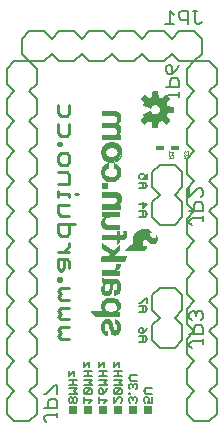
<source format=gbr>
G04 EAGLE Gerber RS-274X export*
G75*
%MOMM*%
%FSLAX34Y34*%
%LPD*%
%INSilkscreen Bottom*%
%IPPOS*%
%AMOC8*
5,1,8,0,0,1.08239X$1,22.5*%
G01*
%ADD10C,0.127000*%
%ADD11C,0.279400*%
%ADD12R,0.635000X0.635000*%
%ADD13C,0.025400*%
%ADD14R,0.485100X0.495300*%
%ADD15C,0.203200*%
%ADD16R,0.762000X0.457200*%

G36*
X127919Y248286D02*
X127919Y248286D01*
X128027Y248300D01*
X128039Y248306D01*
X128053Y248308D01*
X128149Y248360D01*
X128246Y248407D01*
X128256Y248417D01*
X128268Y248423D01*
X128342Y248503D01*
X128419Y248579D01*
X128425Y248591D01*
X128435Y248602D01*
X128480Y248700D01*
X128528Y248797D01*
X128532Y248815D01*
X128536Y248824D01*
X128538Y248845D01*
X128557Y248942D01*
X129000Y253293D01*
X130159Y253664D01*
X130177Y253674D01*
X130274Y253712D01*
X131356Y254269D01*
X134746Y251505D01*
X134840Y251451D01*
X134932Y251394D01*
X134945Y251391D01*
X134957Y251384D01*
X135064Y251363D01*
X135169Y251338D01*
X135183Y251340D01*
X135197Y251337D01*
X135304Y251352D01*
X135412Y251362D01*
X135425Y251368D01*
X135439Y251370D01*
X135536Y251418D01*
X135635Y251463D01*
X135648Y251474D01*
X135657Y251478D01*
X135672Y251494D01*
X135749Y251556D01*
X138334Y254141D01*
X138397Y254230D01*
X138463Y254315D01*
X138468Y254328D01*
X138476Y254340D01*
X138507Y254443D01*
X138543Y254546D01*
X138543Y254560D01*
X138547Y254573D01*
X138543Y254681D01*
X138544Y254790D01*
X138539Y254803D01*
X138539Y254817D01*
X138501Y254919D01*
X138466Y255021D01*
X138457Y255036D01*
X138453Y255045D01*
X138439Y255062D01*
X138385Y255144D01*
X135621Y258534D01*
X136178Y259616D01*
X136184Y259636D01*
X136226Y259731D01*
X136597Y260890D01*
X140948Y261333D01*
X141052Y261361D01*
X141158Y261386D01*
X141170Y261393D01*
X141183Y261396D01*
X141273Y261457D01*
X141366Y261514D01*
X141374Y261525D01*
X141386Y261533D01*
X141452Y261619D01*
X141521Y261703D01*
X141525Y261716D01*
X141534Y261727D01*
X141568Y261830D01*
X141607Y261931D01*
X141608Y261949D01*
X141612Y261958D01*
X141612Y261980D01*
X141621Y262078D01*
X141621Y265734D01*
X141604Y265841D01*
X141590Y265949D01*
X141584Y265961D01*
X141582Y265975D01*
X141530Y266071D01*
X141483Y266168D01*
X141473Y266178D01*
X141467Y266190D01*
X141387Y266264D01*
X141311Y266341D01*
X141299Y266347D01*
X141289Y266357D01*
X141190Y266402D01*
X141093Y266450D01*
X141075Y266454D01*
X141066Y266458D01*
X141045Y266460D01*
X140948Y266479D01*
X136597Y266922D01*
X136226Y268081D01*
X136216Y268099D01*
X136178Y268196D01*
X135621Y269278D01*
X138385Y272668D01*
X138439Y272762D01*
X138496Y272854D01*
X138499Y272867D01*
X138506Y272879D01*
X138527Y272986D01*
X138552Y273091D01*
X138550Y273105D01*
X138553Y273119D01*
X138538Y273226D01*
X138528Y273334D01*
X138522Y273347D01*
X138520Y273361D01*
X138472Y273458D01*
X138427Y273557D01*
X138416Y273570D01*
X138412Y273579D01*
X138396Y273594D01*
X138334Y273671D01*
X135749Y276256D01*
X135660Y276319D01*
X135575Y276385D01*
X135562Y276390D01*
X135550Y276398D01*
X135447Y276429D01*
X135344Y276465D01*
X135330Y276465D01*
X135317Y276469D01*
X135209Y276465D01*
X135100Y276466D01*
X135087Y276461D01*
X135073Y276461D01*
X134971Y276423D01*
X134869Y276388D01*
X134854Y276379D01*
X134845Y276375D01*
X134828Y276361D01*
X134746Y276307D01*
X131356Y273543D01*
X130274Y274100D01*
X130254Y274106D01*
X130159Y274148D01*
X129000Y274519D01*
X128557Y278870D01*
X128529Y278974D01*
X128504Y279080D01*
X128497Y279092D01*
X128494Y279105D01*
X128433Y279195D01*
X128376Y279288D01*
X128365Y279296D01*
X128357Y279308D01*
X128271Y279374D01*
X128187Y279443D01*
X128174Y279447D01*
X128163Y279456D01*
X128060Y279490D01*
X127959Y279529D01*
X127941Y279530D01*
X127932Y279534D01*
X127910Y279534D01*
X127812Y279543D01*
X124156Y279543D01*
X124049Y279526D01*
X123941Y279512D01*
X123929Y279506D01*
X123915Y279504D01*
X123819Y279452D01*
X123722Y279405D01*
X123712Y279395D01*
X123700Y279389D01*
X123626Y279309D01*
X123549Y279233D01*
X123543Y279221D01*
X123533Y279211D01*
X123488Y279112D01*
X123440Y279015D01*
X123436Y278997D01*
X123432Y278988D01*
X123430Y278967D01*
X123411Y278870D01*
X122968Y274519D01*
X121809Y274148D01*
X121791Y274138D01*
X121694Y274100D01*
X120612Y273543D01*
X117222Y276307D01*
X117128Y276361D01*
X117036Y276418D01*
X117023Y276421D01*
X117011Y276428D01*
X116904Y276449D01*
X116799Y276474D01*
X116785Y276472D01*
X116771Y276475D01*
X116664Y276460D01*
X116556Y276450D01*
X116543Y276444D01*
X116530Y276442D01*
X116432Y276394D01*
X116333Y276349D01*
X116320Y276338D01*
X116311Y276334D01*
X116296Y276318D01*
X116219Y276256D01*
X113634Y273671D01*
X113571Y273582D01*
X113505Y273497D01*
X113500Y273484D01*
X113492Y273472D01*
X113461Y273369D01*
X113425Y273266D01*
X113425Y273252D01*
X113421Y273239D01*
X113425Y273131D01*
X113424Y273022D01*
X113429Y273009D01*
X113429Y272995D01*
X113467Y272893D01*
X113502Y272791D01*
X113511Y272776D01*
X113515Y272767D01*
X113529Y272750D01*
X113583Y272668D01*
X116347Y269278D01*
X115790Y268196D01*
X115773Y268143D01*
X115747Y268094D01*
X115736Y268028D01*
X115715Y267964D01*
X115716Y267908D01*
X115707Y267854D01*
X115718Y267787D01*
X115719Y267720D01*
X115737Y267668D01*
X115746Y267613D01*
X115778Y267553D01*
X115801Y267490D01*
X115835Y267447D01*
X115861Y267398D01*
X115910Y267351D01*
X115952Y267299D01*
X115999Y267269D01*
X116039Y267231D01*
X116144Y267174D01*
X116157Y267166D01*
X116162Y267165D01*
X116169Y267161D01*
X121366Y265008D01*
X121465Y264985D01*
X121563Y264956D01*
X121584Y264957D01*
X121604Y264952D01*
X121705Y264962D01*
X121806Y264967D01*
X121826Y264974D01*
X121847Y264976D01*
X121939Y265018D01*
X122034Y265055D01*
X122050Y265068D01*
X122069Y265077D01*
X122143Y265146D01*
X122221Y265211D01*
X122237Y265234D01*
X122247Y265244D01*
X122259Y265265D01*
X122306Y265332D01*
X122812Y266231D01*
X123456Y266918D01*
X124244Y267433D01*
X125132Y267745D01*
X126069Y267837D01*
X127001Y267704D01*
X127875Y267353D01*
X128640Y266804D01*
X129253Y266090D01*
X129678Y265250D01*
X129892Y264334D01*
X129882Y263392D01*
X129648Y262480D01*
X129205Y261650D01*
X128576Y260949D01*
X127799Y260417D01*
X126918Y260086D01*
X125983Y259973D01*
X125066Y260081D01*
X124198Y260401D01*
X123429Y260915D01*
X122802Y261594D01*
X122307Y262478D01*
X122243Y262558D01*
X122183Y262641D01*
X122167Y262653D01*
X122154Y262669D01*
X122068Y262724D01*
X121985Y262784D01*
X121966Y262790D01*
X121949Y262800D01*
X121850Y262825D01*
X121752Y262855D01*
X121732Y262854D01*
X121712Y262859D01*
X121610Y262850D01*
X121508Y262847D01*
X121483Y262839D01*
X121469Y262838D01*
X121447Y262829D01*
X121366Y262804D01*
X116169Y260651D01*
X116122Y260622D01*
X116070Y260601D01*
X116019Y260558D01*
X115962Y260522D01*
X115927Y260479D01*
X115884Y260443D01*
X115850Y260386D01*
X115807Y260334D01*
X115788Y260282D01*
X115759Y260234D01*
X115745Y260168D01*
X115721Y260105D01*
X115719Y260050D01*
X115708Y259996D01*
X115715Y259929D01*
X115713Y259862D01*
X115729Y259808D01*
X115736Y259753D01*
X115780Y259642D01*
X115784Y259628D01*
X115787Y259624D01*
X115790Y259616D01*
X116347Y258534D01*
X113583Y255144D01*
X113529Y255050D01*
X113472Y254958D01*
X113469Y254945D01*
X113462Y254933D01*
X113441Y254826D01*
X113416Y254721D01*
X113418Y254707D01*
X113415Y254693D01*
X113430Y254586D01*
X113440Y254478D01*
X113446Y254465D01*
X113448Y254452D01*
X113496Y254354D01*
X113541Y254255D01*
X113552Y254242D01*
X113556Y254233D01*
X113572Y254218D01*
X113634Y254141D01*
X116219Y251556D01*
X116308Y251493D01*
X116393Y251427D01*
X116406Y251422D01*
X116418Y251414D01*
X116521Y251383D01*
X116624Y251347D01*
X116638Y251347D01*
X116651Y251343D01*
X116759Y251347D01*
X116868Y251346D01*
X116881Y251351D01*
X116895Y251351D01*
X116997Y251389D01*
X117099Y251424D01*
X117114Y251433D01*
X117123Y251437D01*
X117140Y251451D01*
X117222Y251505D01*
X120612Y254269D01*
X121694Y253712D01*
X121714Y253706D01*
X121809Y253664D01*
X122968Y253293D01*
X123411Y248942D01*
X123439Y248838D01*
X123464Y248732D01*
X123471Y248720D01*
X123474Y248707D01*
X123535Y248617D01*
X123592Y248524D01*
X123603Y248516D01*
X123611Y248504D01*
X123697Y248438D01*
X123781Y248370D01*
X123794Y248365D01*
X123805Y248356D01*
X123908Y248322D01*
X124009Y248283D01*
X124027Y248282D01*
X124036Y248278D01*
X124058Y248279D01*
X124156Y248269D01*
X127812Y248269D01*
X127919Y248286D01*
G37*
G36*
X115143Y144377D02*
X115143Y144377D01*
X115149Y144375D01*
X115980Y144445D01*
X115991Y144451D01*
X116006Y144450D01*
X116805Y144690D01*
X116815Y144698D01*
X116829Y144700D01*
X117561Y145101D01*
X117569Y145111D01*
X117582Y145116D01*
X118132Y145586D01*
X118137Y145597D01*
X118149Y145604D01*
X118594Y146174D01*
X118597Y146186D01*
X118607Y146196D01*
X118928Y146844D01*
X118929Y146856D01*
X118937Y146868D01*
X119121Y147567D01*
X119120Y147578D01*
X119125Y147589D01*
X119198Y148529D01*
X119196Y148538D01*
X119199Y148545D01*
X119198Y148547D01*
X119198Y148549D01*
X119125Y149489D01*
X119123Y149493D01*
X119124Y149499D01*
X119048Y149982D01*
X119023Y150021D01*
X119002Y150061D01*
X118998Y150062D01*
X118996Y150065D01*
X118951Y150075D01*
X118907Y150087D01*
X118903Y150085D01*
X118899Y150086D01*
X118861Y150061D01*
X118822Y150038D01*
X118821Y150033D01*
X118818Y150031D01*
X118809Y149990D01*
X118797Y149950D01*
X118813Y149792D01*
X118785Y149654D01*
X118714Y149521D01*
X118115Y148697D01*
X118049Y148629D01*
X118001Y148579D01*
X117863Y148507D01*
X117448Y148414D01*
X117020Y148414D01*
X116604Y148507D01*
X116200Y148713D01*
X115872Y149026D01*
X115507Y149632D01*
X115300Y150310D01*
X115265Y151021D01*
X115362Y151631D01*
X115560Y152217D01*
X115853Y152760D01*
X116218Y153185D01*
X116678Y153500D01*
X117203Y153686D01*
X117759Y153729D01*
X118307Y153627D01*
X118810Y153387D01*
X119245Y153017D01*
X120786Y151564D01*
X120796Y151561D01*
X120802Y151552D01*
X122560Y150365D01*
X122573Y150363D01*
X122583Y150353D01*
X123271Y150073D01*
X123286Y150074D01*
X123301Y150065D01*
X124036Y149966D01*
X124051Y149970D01*
X124068Y149965D01*
X124805Y150052D01*
X124818Y150060D01*
X124836Y150060D01*
X125528Y150327D01*
X125539Y150338D01*
X125556Y150342D01*
X126159Y150773D01*
X126166Y150784D01*
X126178Y150789D01*
X126356Y150978D01*
X126357Y150978D01*
X126595Y151231D01*
X126596Y151231D01*
X126834Y151483D01*
X126836Y151485D01*
X126839Y151493D01*
X126847Y151498D01*
X127407Y152275D01*
X127410Y152285D01*
X127418Y152293D01*
X127806Y153073D01*
X127807Y153085D01*
X127815Y153096D01*
X128046Y153936D01*
X128045Y153948D01*
X128051Y153960D01*
X128117Y154828D01*
X128113Y154839D01*
X128117Y154850D01*
X128031Y155750D01*
X128027Y155759D01*
X128028Y155769D01*
X127808Y156647D01*
X127802Y156655D01*
X127801Y156667D01*
X127700Y156895D01*
X127548Y157251D01*
X127548Y157252D01*
X127327Y157756D01*
X127316Y157766D01*
X127311Y157783D01*
X126973Y158218D01*
X126966Y158221D01*
X126962Y158229D01*
X126937Y158254D01*
X126937Y158255D01*
X126936Y158257D01*
X126844Y158292D01*
X126755Y158251D01*
X126722Y158166D01*
X126722Y157563D01*
X126665Y157052D01*
X126526Y156562D01*
X126271Y156081D01*
X126267Y156078D01*
X125901Y155686D01*
X125441Y155400D01*
X124922Y155243D01*
X124619Y155231D01*
X124319Y155290D01*
X123825Y155496D01*
X123367Y155779D01*
X122957Y156130D01*
X122603Y156542D01*
X121952Y157444D01*
X121703Y157932D01*
X121605Y158462D01*
X121663Y159000D01*
X121728Y159174D01*
X121977Y159535D01*
X122316Y159809D01*
X122419Y159853D01*
X122539Y159869D01*
X123419Y159869D01*
X123460Y159886D01*
X123502Y159900D01*
X123505Y159905D01*
X123510Y159907D01*
X123526Y159948D01*
X123545Y159988D01*
X123543Y159994D01*
X123545Y159999D01*
X123533Y160026D01*
X123517Y160075D01*
X122596Y161201D01*
X122584Y161207D01*
X122577Y161219D01*
X121440Y162126D01*
X121429Y162129D01*
X121421Y162138D01*
X120487Y162640D01*
X120477Y162641D01*
X120469Y162647D01*
X119472Y163005D01*
X119462Y163005D01*
X119453Y163010D01*
X118414Y163217D01*
X118403Y163215D01*
X118393Y163219D01*
X116465Y163280D01*
X116454Y163275D01*
X116442Y163278D01*
X114535Y162990D01*
X114525Y162984D01*
X114513Y162984D01*
X112689Y162356D01*
X112680Y162349D01*
X112668Y162347D01*
X110987Y161400D01*
X110981Y161392D01*
X110970Y161389D01*
X109863Y160504D01*
X109860Y160499D01*
X109855Y160496D01*
X109854Y160494D01*
X109850Y160492D01*
X109497Y160118D01*
X109021Y159613D01*
X108878Y159461D01*
X108875Y159453D01*
X108867Y159447D01*
X108050Y158290D01*
X108048Y158280D01*
X108040Y158272D01*
X107440Y157042D01*
X107439Y157031D01*
X107431Y157021D01*
X107063Y155702D01*
X107065Y155691D01*
X107059Y155680D01*
X106935Y154316D01*
X106937Y154311D01*
X106935Y154305D01*
X106935Y152030D01*
X106870Y151662D01*
X106743Y151311D01*
X106154Y150321D01*
X105372Y149467D01*
X99890Y144595D01*
X99888Y144591D01*
X99883Y144589D01*
X99867Y144547D01*
X99848Y144506D01*
X99850Y144502D01*
X99848Y144497D01*
X99867Y144456D01*
X99882Y144414D01*
X99887Y144412D01*
X99889Y144408D01*
X99962Y144379D01*
X99973Y144375D01*
X99974Y144375D01*
X115138Y144375D01*
X115143Y144377D01*
G37*
G36*
X95643Y88840D02*
X95643Y88840D01*
X95682Y88850D01*
X95688Y88859D01*
X95697Y88863D01*
X95708Y88891D01*
X95730Y88928D01*
X96466Y92814D01*
X96463Y92828D01*
X96468Y92843D01*
X96453Y92875D01*
X96445Y92910D01*
X96432Y92918D01*
X96426Y92932D01*
X96387Y92946D01*
X96362Y92962D01*
X96351Y92959D01*
X96340Y92963D01*
X94423Y92939D01*
X94572Y93073D01*
X94573Y93074D01*
X94574Y93074D01*
X95539Y93963D01*
X95541Y93969D01*
X95548Y93973D01*
X95849Y94316D01*
X95853Y94327D01*
X95863Y94335D01*
X96096Y94729D01*
X96097Y94738D01*
X96104Y94746D01*
X96637Y96067D01*
X96637Y96078D01*
X96644Y96088D01*
X96746Y96570D01*
X96743Y96582D01*
X96748Y96594D01*
X96773Y98575D01*
X96769Y98586D01*
X96771Y98598D01*
X96588Y99683D01*
X96581Y99693D01*
X96581Y99708D01*
X96181Y100732D01*
X96173Y100739D01*
X96171Y100751D01*
X95630Y101653D01*
X95624Y101658D01*
X95621Y101667D01*
X94968Y102491D01*
X94958Y102497D01*
X94953Y102507D01*
X94063Y103299D01*
X94050Y103303D01*
X94041Y103315D01*
X93000Y103894D01*
X92988Y103896D01*
X92977Y103904D01*
X90864Y104578D01*
X90853Y104577D01*
X90842Y104583D01*
X88642Y104866D01*
X88631Y104863D01*
X88619Y104867D01*
X86404Y104749D01*
X86394Y104744D01*
X86382Y104746D01*
X85006Y104423D01*
X84997Y104417D01*
X84985Y104416D01*
X83685Y103860D01*
X83677Y103852D01*
X83666Y103850D01*
X82481Y103078D01*
X82475Y103069D01*
X82464Y103064D01*
X81757Y102407D01*
X81753Y102397D01*
X81743Y102391D01*
X81158Y101623D01*
X81156Y101612D01*
X81147Y101605D01*
X80701Y100749D01*
X80700Y100738D01*
X80692Y100729D01*
X80398Y99810D01*
X80399Y99800D01*
X80393Y99790D01*
X80204Y98578D01*
X80206Y98569D01*
X80203Y98560D01*
X80186Y97333D01*
X80189Y97325D01*
X80187Y97315D01*
X80342Y96098D01*
X80347Y96088D01*
X80347Y96076D01*
X80611Y95232D01*
X80619Y95222D01*
X80622Y95207D01*
X81059Y94438D01*
X81069Y94430D01*
X81074Y94416D01*
X81664Y93756D01*
X81676Y93750D01*
X81684Y93738D01*
X82400Y93218D01*
X82402Y93217D01*
X71298Y93217D01*
X71254Y93199D01*
X71211Y93182D01*
X71210Y93180D01*
X71207Y93179D01*
X71190Y93135D01*
X71172Y93091D01*
X71173Y93089D01*
X71172Y93087D01*
X71181Y93066D01*
X71204Y93006D01*
X74938Y88866D01*
X74944Y88864D01*
X74947Y88858D01*
X75007Y88834D01*
X75028Y88825D01*
X75030Y88826D01*
X75032Y88825D01*
X95606Y88825D01*
X95643Y88840D01*
G37*
G36*
X96725Y237975D02*
X96725Y237975D01*
X96727Y237974D01*
X96770Y237994D01*
X96814Y238012D01*
X96814Y238014D01*
X96816Y238015D01*
X96849Y238100D01*
X96849Y242087D01*
X96848Y242089D01*
X96849Y242091D01*
X96829Y242134D01*
X96811Y242178D01*
X96809Y242178D01*
X96808Y242180D01*
X96723Y242213D01*
X94670Y242213D01*
X94677Y242244D01*
X95073Y242546D01*
X95076Y242552D01*
X95084Y242555D01*
X95871Y243317D01*
X95874Y243325D01*
X95881Y243329D01*
X96493Y244091D01*
X96497Y244105D01*
X96510Y244117D01*
X96914Y245007D01*
X96914Y245019D01*
X96922Y245030D01*
X97176Y246122D01*
X97175Y246131D01*
X97179Y246139D01*
X97306Y247511D01*
X97303Y247521D01*
X97306Y247532D01*
X97237Y248489D01*
X97231Y248500D01*
X97232Y248514D01*
X96972Y249437D01*
X96964Y249447D01*
X96962Y249460D01*
X96559Y250250D01*
X96550Y250258D01*
X96546Y250271D01*
X96000Y250969D01*
X95989Y250975D01*
X95983Y250987D01*
X95314Y251569D01*
X95302Y251572D01*
X95300Y251575D01*
X95300Y251576D01*
X95299Y251576D01*
X95294Y251583D01*
X94636Y251963D01*
X94678Y252005D01*
X95159Y252460D01*
X95160Y252463D01*
X95163Y252464D01*
X95922Y253252D01*
X95925Y253261D01*
X95934Y253266D01*
X96572Y254155D01*
X96574Y254166D01*
X96582Y254174D01*
X96976Y254979D01*
X96976Y254991D01*
X96984Y255002D01*
X97216Y255867D01*
X97214Y255879D01*
X97220Y255891D01*
X97281Y256785D01*
X97280Y256788D01*
X97281Y256789D01*
X97278Y256795D01*
X97281Y256805D01*
X97174Y258084D01*
X97170Y258091D01*
X97172Y258098D01*
X96923Y259358D01*
X96917Y259367D01*
X96917Y259379D01*
X96591Y260245D01*
X96581Y260255D01*
X96578Y260270D01*
X96071Y261044D01*
X96059Y261051D01*
X96053Y261065D01*
X95389Y261711D01*
X95377Y261715D01*
X95368Y261727D01*
X94429Y262315D01*
X94416Y262317D01*
X94406Y262327D01*
X93367Y262713D01*
X93354Y262712D01*
X93342Y262719D01*
X92246Y262888D01*
X92237Y262885D01*
X92227Y262889D01*
X80645Y262889D01*
X80643Y262888D01*
X80641Y262889D01*
X80598Y262869D01*
X80554Y262851D01*
X80554Y262849D01*
X80552Y262848D01*
X80519Y262763D01*
X80519Y258521D01*
X80520Y258519D01*
X80519Y258517D01*
X80539Y258474D01*
X80557Y258430D01*
X80559Y258430D01*
X80560Y258428D01*
X80645Y258395D01*
X90924Y258395D01*
X91804Y258288D01*
X92626Y257976D01*
X93010Y257715D01*
X93323Y257372D01*
X93549Y256966D01*
X93677Y256518D01*
X93745Y255614D01*
X93653Y254711D01*
X93527Y254302D01*
X93317Y253929D01*
X93031Y253611D01*
X92503Y253226D01*
X91908Y252953D01*
X91269Y252804D01*
X90166Y252729D01*
X80645Y252729D01*
X80643Y252728D01*
X80641Y252729D01*
X80598Y252709D01*
X80554Y252691D01*
X80554Y252689D01*
X80552Y252688D01*
X80519Y252603D01*
X80519Y248285D01*
X80520Y248283D01*
X80519Y248281D01*
X80539Y248238D01*
X80557Y248194D01*
X80559Y248194D01*
X80560Y248192D01*
X80645Y248159D01*
X91204Y248159D01*
X91867Y248079D01*
X92486Y247848D01*
X93033Y247478D01*
X93351Y247131D01*
X93584Y246723D01*
X93720Y246272D01*
X93752Y245795D01*
X93702Y244947D01*
X93620Y244507D01*
X93442Y244103D01*
X93176Y243749D01*
X92232Y242929D01*
X91694Y242646D01*
X91103Y242514D01*
X90481Y242544D01*
X90478Y242543D01*
X90475Y242544D01*
X80670Y242544D01*
X80668Y242543D01*
X80666Y242544D01*
X80623Y242524D01*
X80579Y242506D01*
X80579Y242504D01*
X80577Y242503D01*
X80544Y242418D01*
X80544Y238100D01*
X80545Y238098D01*
X80544Y238096D01*
X80564Y238053D01*
X80582Y238009D01*
X80584Y238009D01*
X80585Y238007D01*
X80670Y237974D01*
X96723Y237974D01*
X96725Y237975D01*
G37*
G36*
X85573Y106198D02*
X85573Y106198D01*
X85585Y106203D01*
X85600Y106201D01*
X86541Y106407D01*
X86553Y106416D01*
X86570Y106417D01*
X87432Y106846D01*
X87441Y106856D01*
X87456Y106861D01*
X88065Y107359D01*
X88069Y107367D01*
X88077Y107370D01*
X88078Y107374D01*
X88083Y107377D01*
X88581Y107987D01*
X88584Y107999D01*
X88595Y108008D01*
X88961Y108704D01*
X88962Y108715D01*
X88969Y108724D01*
X89453Y110209D01*
X89452Y110217D01*
X89457Y110226D01*
X89735Y111763D01*
X89734Y111767D01*
X89737Y111772D01*
X89965Y113978D01*
X90191Y115284D01*
X90356Y115753D01*
X90602Y116181D01*
X90863Y116465D01*
X90950Y116525D01*
X91047Y116567D01*
X91568Y116678D01*
X92099Y116678D01*
X92620Y116567D01*
X92934Y116428D01*
X93213Y116229D01*
X93447Y115976D01*
X93640Y115662D01*
X93768Y115316D01*
X93829Y114947D01*
X93879Y113592D01*
X93825Y113005D01*
X93660Y112444D01*
X93405Y111980D01*
X93049Y111590D01*
X92611Y111295D01*
X92116Y111111D01*
X91585Y111048D01*
X91542Y111048D01*
X91540Y111047D01*
X91538Y111048D01*
X91495Y111028D01*
X91451Y111010D01*
X91451Y111008D01*
X91449Y111007D01*
X91416Y110922D01*
X91416Y106781D01*
X91414Y106780D01*
X91404Y106738D01*
X91390Y106696D01*
X91393Y106690D01*
X91392Y106684D01*
X91408Y106659D01*
X91429Y106614D01*
X91454Y106589D01*
X91455Y106589D01*
X91497Y106573D01*
X91546Y106554D01*
X91547Y106554D01*
X91589Y106574D01*
X91632Y106593D01*
X92523Y106715D01*
X92534Y106721D01*
X92549Y106721D01*
X93490Y107055D01*
X93500Y107064D01*
X93514Y107067D01*
X94367Y107586D01*
X94375Y107597D01*
X94388Y107602D01*
X95118Y108285D01*
X95123Y108297D01*
X95135Y108305D01*
X95709Y109122D01*
X95712Y109134D01*
X95721Y109143D01*
X96250Y110301D01*
X96250Y110311D01*
X96257Y110320D01*
X96591Y111549D01*
X96590Y111558D01*
X96594Y111567D01*
X96808Y113307D01*
X96805Y113315D01*
X96808Y113323D01*
X96800Y115077D01*
X96797Y115084D01*
X96799Y115093D01*
X96569Y116832D01*
X96564Y116840D01*
X96565Y116851D01*
X96140Y118265D01*
X96132Y118274D01*
X96131Y118288D01*
X95437Y119591D01*
X95427Y119600D01*
X95422Y119614D01*
X94939Y120176D01*
X94925Y120183D01*
X94916Y120197D01*
X94311Y120624D01*
X94296Y120627D01*
X94284Y120639D01*
X93593Y120906D01*
X93578Y120905D01*
X93563Y120913D01*
X92828Y121004D01*
X92820Y121002D01*
X92812Y121005D01*
X87986Y121005D01*
X87984Y121004D01*
X87982Y121005D01*
X87967Y120998D01*
X87883Y121030D01*
X83545Y121005D01*
X82208Y121107D01*
X80913Y121456D01*
X80714Y121530D01*
X80689Y121529D01*
X80666Y121538D01*
X80642Y121527D01*
X80616Y121526D01*
X80599Y121507D01*
X80577Y121497D01*
X80566Y121470D01*
X80550Y121452D01*
X80552Y121433D01*
X80544Y121412D01*
X80544Y117378D01*
X80541Y117342D01*
X80550Y117314D01*
X80554Y117274D01*
X80573Y117237D01*
X80590Y117223D01*
X80595Y117212D01*
X80602Y117209D01*
X80619Y117186D01*
X80655Y117165D01*
X80672Y117162D01*
X80688Y117150D01*
X80968Y117074D01*
X80971Y117075D01*
X80974Y117073D01*
X82003Y116846D01*
X82026Y116837D01*
X82032Y116830D01*
X82034Y116822D01*
X82033Y116813D01*
X82017Y116789D01*
X81314Y115962D01*
X81310Y115951D01*
X81300Y115942D01*
X80760Y114991D01*
X80759Y114980D01*
X80751Y114970D01*
X80398Y113935D01*
X80399Y113923D01*
X80393Y113913D01*
X80152Y112295D01*
X80155Y112285D01*
X80151Y112274D01*
X80189Y110639D01*
X80194Y110628D01*
X80192Y110614D01*
X80500Y109242D01*
X80508Y109231D01*
X80509Y109216D01*
X81115Y107947D01*
X81125Y107938D01*
X81129Y107924D01*
X81471Y107476D01*
X81481Y107470D01*
X81487Y107458D01*
X81907Y107081D01*
X81918Y107077D01*
X81926Y107067D01*
X82409Y106775D01*
X82420Y106773D01*
X82430Y106765D01*
X83423Y106392D01*
X83434Y106392D01*
X83445Y106386D01*
X84489Y106197D01*
X84500Y106200D01*
X84512Y106195D01*
X85573Y106198D01*
G37*
G36*
X99943Y135340D02*
X99943Y135340D01*
X99963Y135338D01*
X99990Y135360D01*
X100015Y135370D01*
X100020Y135385D01*
X100034Y135395D01*
X102396Y139535D01*
X102400Y139570D01*
X102412Y139602D01*
X102405Y139617D01*
X102407Y139633D01*
X102385Y139660D01*
X102371Y139691D01*
X102355Y139698D01*
X102345Y139710D01*
X102318Y139712D01*
X102286Y139724D01*
X90856Y139724D01*
X96330Y145199D01*
X96332Y145202D01*
X96334Y145203D01*
X96367Y145288D01*
X96367Y149962D01*
X96367Y149964D01*
X96367Y149965D01*
X96347Y150009D01*
X96329Y150053D01*
X96327Y150053D01*
X96326Y150055D01*
X96282Y150071D01*
X96237Y150088D01*
X96235Y150087D01*
X96234Y150088D01*
X96151Y150050D01*
X90585Y144359D01*
X80690Y150956D01*
X80652Y150963D01*
X80615Y150977D01*
X80605Y150972D01*
X80593Y150974D01*
X80562Y150952D01*
X80526Y150935D01*
X80522Y150924D01*
X80513Y150918D01*
X80508Y150888D01*
X80494Y150850D01*
X80519Y145770D01*
X80526Y145753D01*
X80524Y145735D01*
X80546Y145706D01*
X80558Y145680D01*
X80570Y145675D01*
X80580Y145663D01*
X87558Y141430D01*
X87484Y141353D01*
X87362Y141227D01*
X87361Y141227D01*
X86993Y140848D01*
X86871Y140722D01*
X86748Y140596D01*
X86380Y140217D01*
X86257Y140091D01*
X86135Y139965D01*
X85951Y139775D01*
X80543Y139775D01*
X80541Y139774D01*
X80539Y139775D01*
X80496Y139755D01*
X80452Y139737D01*
X80452Y139735D01*
X80450Y139734D01*
X80417Y139649D01*
X80417Y135509D01*
X80418Y135506D01*
X80417Y135503D01*
X80454Y135420D01*
X80505Y135369D01*
X80508Y135368D01*
X80509Y135365D01*
X80594Y135332D01*
X99924Y135332D01*
X99943Y135340D01*
G37*
G36*
X96319Y162232D02*
X96319Y162232D01*
X96321Y162231D01*
X96364Y162251D01*
X96408Y162269D01*
X96408Y162271D01*
X96410Y162272D01*
X96443Y162357D01*
X96443Y166497D01*
X96442Y166499D01*
X96443Y166501D01*
X96423Y166544D01*
X96405Y166588D01*
X96403Y166588D01*
X96402Y166590D01*
X96317Y166623D01*
X86320Y166623D01*
X85490Y166772D01*
X84722Y167115D01*
X84360Y167387D01*
X84059Y167728D01*
X83834Y168123D01*
X83611Y168812D01*
X83531Y169531D01*
X83598Y170252D01*
X83810Y170943D01*
X84098Y171453D01*
X84495Y171884D01*
X84980Y172211D01*
X85530Y172420D01*
X86734Y172645D01*
X87964Y172721D01*
X96266Y172721D01*
X96268Y172722D01*
X96270Y172721D01*
X96313Y172741D01*
X96357Y172759D01*
X96357Y172761D01*
X96359Y172762D01*
X96392Y172847D01*
X96392Y177063D01*
X96391Y177065D01*
X96392Y177067D01*
X96372Y177110D01*
X96354Y177154D01*
X96352Y177154D01*
X96351Y177156D01*
X96266Y177189D01*
X80645Y177189D01*
X80643Y177188D01*
X80641Y177189D01*
X80598Y177169D01*
X80554Y177151D01*
X80554Y177149D01*
X80552Y177148D01*
X80519Y177063D01*
X80519Y173050D01*
X80520Y173048D01*
X80519Y173046D01*
X80539Y173003D01*
X80557Y172959D01*
X80559Y172959D01*
X80560Y172957D01*
X80645Y172924D01*
X82702Y172924D01*
X82061Y172417D01*
X82057Y172409D01*
X82048Y172405D01*
X81941Y172292D01*
X81821Y172166D01*
X81582Y171914D01*
X81462Y171787D01*
X81342Y171661D01*
X81263Y171578D01*
X81260Y171569D01*
X81252Y171564D01*
X80593Y170634D01*
X80591Y170625D01*
X80583Y170617D01*
X80461Y170372D01*
X80460Y170361D01*
X80453Y170352D01*
X80372Y170090D01*
X80373Y170081D01*
X80368Y170072D01*
X80145Y168594D01*
X80147Y168586D01*
X80143Y168578D01*
X80113Y167084D01*
X80117Y167074D01*
X80114Y167063D01*
X80261Y166030D01*
X80267Y166020D01*
X80267Y166006D01*
X80610Y165020D01*
X80618Y165011D01*
X80620Y164998D01*
X81146Y164096D01*
X81156Y164089D01*
X81161Y164076D01*
X81389Y163822D01*
X81400Y163816D01*
X81408Y163805D01*
X82293Y163145D01*
X82304Y163142D01*
X82313Y163132D01*
X83303Y162644D01*
X83315Y162644D01*
X83325Y162636D01*
X84388Y162336D01*
X84399Y162338D01*
X84411Y162332D01*
X85510Y162231D01*
X85516Y162233D01*
X85522Y162231D01*
X96317Y162231D01*
X96319Y162232D01*
G37*
G36*
X96293Y179428D02*
X96293Y179428D01*
X96295Y179427D01*
X96338Y179447D01*
X96382Y179465D01*
X96382Y179467D01*
X96384Y179468D01*
X96417Y179553D01*
X96417Y183591D01*
X96416Y183593D01*
X96417Y183595D01*
X96397Y183638D01*
X96379Y183682D01*
X96377Y183682D01*
X96376Y183684D01*
X96291Y183717D01*
X94223Y183717D01*
X94252Y183759D01*
X94388Y183873D01*
X94766Y184150D01*
X94768Y184154D01*
X94773Y184156D01*
X95246Y184558D01*
X95250Y184565D01*
X95258Y184569D01*
X95674Y185030D01*
X95677Y185041D01*
X95687Y185048D01*
X96254Y185946D01*
X96257Y185959D01*
X96266Y185970D01*
X96635Y186967D01*
X96635Y186979D01*
X96642Y186992D01*
X96797Y188044D01*
X96794Y188054D01*
X96798Y188065D01*
X96777Y188900D01*
X96768Y189278D01*
X96759Y189657D01*
X96748Y190071D01*
X96744Y190082D01*
X96746Y190094D01*
X96540Y191071D01*
X96532Y191083D01*
X96531Y191099D01*
X96109Y192004D01*
X96098Y192013D01*
X96094Y192028D01*
X95476Y192813D01*
X95465Y192819D01*
X95459Y192831D01*
X94884Y193320D01*
X94873Y193323D01*
X94866Y193333D01*
X94217Y193717D01*
X94206Y193719D01*
X94197Y193727D01*
X93492Y193996D01*
X93483Y193996D01*
X93474Y194001D01*
X92367Y194241D01*
X92358Y194239D01*
X92350Y194244D01*
X91221Y194334D01*
X91216Y194332D01*
X91211Y194334D01*
X80670Y194334D01*
X80668Y194333D01*
X80666Y194334D01*
X80623Y194314D01*
X80579Y194296D01*
X80579Y194294D01*
X80577Y194293D01*
X80544Y194208D01*
X80544Y190119D01*
X80545Y190117D01*
X80544Y190115D01*
X80564Y190072D01*
X80582Y190028D01*
X80584Y190028D01*
X80585Y190026D01*
X80670Y189993D01*
X90316Y189993D01*
X91034Y189928D01*
X91722Y189737D01*
X92364Y189427D01*
X92751Y189131D01*
X93060Y188757D01*
X93277Y188322D01*
X93354Y188022D01*
X93371Y187706D01*
X93321Y186601D01*
X93234Y186045D01*
X93030Y185529D01*
X92716Y185072D01*
X92147Y184555D01*
X91468Y184192D01*
X90718Y183976D01*
X89935Y183895D01*
X80569Y183895D01*
X80567Y183894D01*
X80565Y183895D01*
X80522Y183875D01*
X80478Y183857D01*
X80478Y183855D01*
X80476Y183854D01*
X80443Y183769D01*
X80443Y179553D01*
X80444Y179551D01*
X80443Y179549D01*
X80463Y179506D01*
X80481Y179462D01*
X80483Y179462D01*
X80484Y179460D01*
X80569Y179427D01*
X96291Y179427D01*
X96293Y179428D01*
G37*
G36*
X89054Y219667D02*
X89054Y219667D01*
X89080Y219663D01*
X92636Y220476D01*
X92657Y220491D01*
X92686Y220500D01*
X95404Y222634D01*
X95416Y222656D01*
X95439Y222677D01*
X97116Y226055D01*
X97117Y226075D01*
X97128Y226096D01*
X97305Y227569D01*
X97303Y227576D01*
X97306Y227584D01*
X97306Y227635D01*
X97298Y227655D01*
X97297Y227681D01*
X97247Y227808D01*
X97227Y227829D01*
X97215Y227855D01*
X97193Y227864D01*
X97179Y227879D01*
X97155Y227878D01*
X97130Y227888D01*
X94209Y227888D01*
X94169Y227871D01*
X94128Y227859D01*
X94124Y227852D01*
X94118Y227850D01*
X94107Y227822D01*
X94084Y227779D01*
X93934Y226684D01*
X93299Y225536D01*
X92215Y224748D01*
X91326Y224352D01*
X89852Y224078D01*
X87993Y224028D01*
X86745Y224203D01*
X85596Y224577D01*
X84569Y225115D01*
X83561Y226763D01*
X83339Y228511D01*
X83931Y230262D01*
X84912Y231341D01*
X86122Y231884D01*
X87670Y232259D01*
X89095Y232259D01*
X91024Y232008D01*
X92636Y231264D01*
X93445Y230430D01*
X93958Y229477D01*
X94057Y228290D01*
X94057Y228194D01*
X94058Y228191D01*
X94057Y228188D01*
X94077Y228146D01*
X94095Y228103D01*
X94098Y228102D01*
X94100Y228099D01*
X94185Y228068D01*
X94187Y228068D01*
X97157Y228118D01*
X97166Y228122D01*
X97175Y228119D01*
X97210Y228141D01*
X97240Y228154D01*
X97246Y228157D01*
X97247Y228158D01*
X97250Y228167D01*
X97258Y228172D01*
X97271Y228223D01*
X97281Y228249D01*
X97281Y228250D01*
X97279Y228255D01*
X97280Y228260D01*
X97026Y230267D01*
X97020Y230278D01*
X97020Y230292D01*
X96461Y231918D01*
X96450Y231930D01*
X96446Y231949D01*
X95075Y233930D01*
X95062Y233938D01*
X95053Y233954D01*
X93783Y235046D01*
X93767Y235051D01*
X93752Y235065D01*
X91415Y236106D01*
X91398Y236107D01*
X91380Y236116D01*
X89195Y236396D01*
X89180Y236392D01*
X89164Y236396D01*
X87056Y236142D01*
X87048Y236138D01*
X87037Y236139D01*
X84573Y235453D01*
X84559Y235442D01*
X84540Y235438D01*
X83245Y234625D01*
X83236Y234613D01*
X83221Y234605D01*
X82078Y233411D01*
X82074Y233403D01*
X82066Y233397D01*
X81279Y232280D01*
X81275Y232263D01*
X81263Y232248D01*
X80628Y230394D01*
X80629Y230380D01*
X80621Y230366D01*
X80367Y227851D01*
X80372Y227837D01*
X80368Y227821D01*
X80774Y224824D01*
X80786Y224803D01*
X80792Y224774D01*
X82570Y221929D01*
X82591Y221915D01*
X82609Y221890D01*
X85098Y220290D01*
X85121Y220286D01*
X85146Y220271D01*
X89032Y219661D01*
X89054Y219667D01*
G37*
G36*
X85628Y72403D02*
X85628Y72403D01*
X85658Y72406D01*
X85659Y72407D01*
X85660Y72407D01*
X85669Y72418D01*
X85682Y72423D01*
X85685Y72429D01*
X85691Y72432D01*
X85703Y72462D01*
X85719Y72482D01*
X85719Y72484D01*
X85720Y72485D01*
X85719Y72500D01*
X85724Y72512D01*
X85723Y72515D01*
X85724Y72517D01*
X85724Y76378D01*
X85723Y76380D01*
X85724Y76382D01*
X85704Y76425D01*
X85686Y76469D01*
X85684Y76469D01*
X85683Y76471D01*
X85598Y76504D01*
X85551Y76504D01*
X85054Y76533D01*
X84592Y76680D01*
X84178Y76935D01*
X83735Y77377D01*
X83398Y77904D01*
X83181Y78491D01*
X83108Y79053D01*
X83108Y80383D01*
X83182Y80986D01*
X83379Y81553D01*
X83691Y82066D01*
X83775Y82150D01*
X83899Y82277D01*
X83975Y82354D01*
X84320Y82562D01*
X84705Y82679D01*
X85109Y82696D01*
X85504Y82611D01*
X85866Y82431D01*
X86170Y82165D01*
X86401Y81829D01*
X86871Y80722D01*
X87177Y79548D01*
X88040Y75917D01*
X88045Y75910D01*
X88045Y75901D01*
X88351Y75093D01*
X88357Y75086D01*
X88359Y75076D01*
X88786Y74325D01*
X88793Y74319D01*
X88797Y74309D01*
X89334Y73632D01*
X89344Y73627D01*
X89350Y73616D01*
X89735Y73279D01*
X89748Y73275D01*
X89757Y73264D01*
X90204Y73015D01*
X90217Y73014D01*
X90228Y73005D01*
X90717Y72853D01*
X90729Y72855D01*
X90742Y72848D01*
X91878Y72743D01*
X91891Y72746D01*
X91904Y72743D01*
X93038Y72872D01*
X93049Y72878D01*
X93063Y72877D01*
X94147Y73235D01*
X94156Y73243D01*
X94170Y73245D01*
X94692Y73544D01*
X94699Y73554D01*
X94712Y73559D01*
X95167Y73953D01*
X95172Y73964D01*
X95184Y73971D01*
X95553Y74447D01*
X95556Y74458D01*
X95565Y74467D01*
X96219Y75748D01*
X96220Y75759D01*
X96227Y75769D01*
X96638Y77147D01*
X96637Y77158D01*
X96643Y77170D01*
X96798Y78599D01*
X96796Y78606D01*
X96798Y78613D01*
X96798Y80416D01*
X96796Y80422D01*
X96798Y80429D01*
X96658Y81822D01*
X96653Y81831D01*
X96654Y81842D01*
X96286Y83193D01*
X96279Y83203D01*
X96277Y83216D01*
X95739Y84313D01*
X95729Y84322D01*
X95725Y84336D01*
X94968Y85295D01*
X94958Y85301D01*
X94953Y85312D01*
X94557Y85660D01*
X94548Y85663D01*
X94542Y85672D01*
X94100Y85958D01*
X94090Y85960D01*
X94083Y85967D01*
X93295Y86323D01*
X93290Y86323D01*
X93286Y86327D01*
X92728Y86530D01*
X92708Y86529D01*
X92703Y86531D01*
X92680Y86531D01*
X92660Y86535D01*
X92646Y86526D01*
X92634Y86535D01*
X92628Y86533D01*
X92621Y86537D01*
X91910Y86613D01*
X91902Y86610D01*
X91893Y86613D01*
X91856Y86596D01*
X91816Y86584D01*
X91812Y86576D01*
X91804Y86572D01*
X91784Y86522D01*
X91771Y86496D01*
X91773Y86492D01*
X91771Y86487D01*
X91771Y82601D01*
X91789Y82557D01*
X91807Y82513D01*
X91808Y82512D01*
X91809Y82510D01*
X91828Y82503D01*
X91889Y82475D01*
X92149Y82459D01*
X92392Y82404D01*
X92744Y82254D01*
X93057Y82036D01*
X93321Y81761D01*
X93592Y81338D01*
X93781Y80871D01*
X93879Y80375D01*
X93923Y79528D01*
X93879Y78679D01*
X93794Y78230D01*
X93637Y77806D01*
X93442Y77505D01*
X93174Y77272D01*
X92832Y77117D01*
X92460Y77069D01*
X92091Y77134D01*
X91730Y77318D01*
X91437Y77601D01*
X91021Y78276D01*
X90749Y79028D01*
X90345Y81051D01*
X90344Y81052D01*
X90344Y81053D01*
X89963Y82776D01*
X89958Y82783D01*
X89958Y82792D01*
X89348Y84448D01*
X89342Y84454D01*
X89341Y84464D01*
X88936Y85220D01*
X88929Y85226D01*
X88926Y85235D01*
X88418Y85927D01*
X88408Y85932D01*
X88403Y85944D01*
X88053Y86276D01*
X88041Y86281D01*
X88032Y86292D01*
X87620Y86544D01*
X87606Y86546D01*
X87594Y86556D01*
X86591Y86893D01*
X86576Y86892D01*
X86562Y86900D01*
X85507Y86994D01*
X85498Y86991D01*
X85487Y86994D01*
X84446Y86918D01*
X84438Y86914D01*
X84428Y86915D01*
X83764Y86773D01*
X83754Y86766D01*
X83741Y86765D01*
X83116Y86499D01*
X83107Y86491D01*
X83095Y86488D01*
X82531Y86109D01*
X82524Y86099D01*
X82513Y86094D01*
X81770Y85368D01*
X81766Y85358D01*
X81760Y85356D01*
X81760Y85354D01*
X81755Y85352D01*
X81149Y84508D01*
X81147Y84498D01*
X81138Y84489D01*
X80687Y83554D01*
X80686Y83543D01*
X80679Y83533D01*
X80397Y82533D01*
X80398Y82525D01*
X80393Y82516D01*
X80211Y81202D01*
X80213Y81195D01*
X80210Y81189D01*
X80163Y79862D01*
X80165Y79856D01*
X80163Y79849D01*
X80341Y77283D01*
X80346Y77274D01*
X80344Y77264D01*
X80556Y76343D01*
X80564Y76332D01*
X80565Y76318D01*
X80962Y75461D01*
X80969Y75455D01*
X80971Y75446D01*
X81733Y74252D01*
X81739Y74248D01*
X81742Y74239D01*
X82173Y73724D01*
X82184Y73719D01*
X82190Y73707D01*
X82714Y73287D01*
X82725Y73283D01*
X82734Y73273D01*
X83330Y72964D01*
X83339Y72963D01*
X83347Y72956D01*
X84617Y72524D01*
X84627Y72525D01*
X84636Y72520D01*
X85220Y72418D01*
X85227Y72419D01*
X85233Y72416D01*
X85589Y72391D01*
X85596Y72393D01*
X85602Y72391D01*
X85628Y72403D01*
G37*
G36*
X90072Y202642D02*
X90072Y202642D01*
X90081Y202646D01*
X90093Y202644D01*
X91583Y202942D01*
X91593Y202949D01*
X91606Y202949D01*
X93012Y203526D01*
X93020Y203534D01*
X93033Y203537D01*
X94304Y204371D01*
X94310Y204381D01*
X94322Y204386D01*
X95410Y205447D01*
X95415Y205458D01*
X95426Y205466D01*
X96291Y206715D01*
X96294Y206727D01*
X96303Y206736D01*
X96915Y208127D01*
X96915Y208139D01*
X96922Y208151D01*
X97255Y209657D01*
X97252Y209669D01*
X97258Y209682D01*
X97281Y211224D01*
X97278Y211233D01*
X97280Y211243D01*
X97091Y212677D01*
X97088Y212682D01*
X97089Y212688D01*
X96770Y214099D01*
X96765Y214107D01*
X96764Y214117D01*
X96307Y215274D01*
X96297Y215284D01*
X96294Y215298D01*
X95597Y216329D01*
X95586Y216336D01*
X95579Y216350D01*
X94676Y217205D01*
X94664Y217210D01*
X94655Y217222D01*
X93588Y217862D01*
X93576Y217864D01*
X93567Y217873D01*
X92412Y218297D01*
X92402Y218297D01*
X92393Y218302D01*
X91185Y218539D01*
X91171Y218536D01*
X91157Y218541D01*
X91124Y218526D01*
X91089Y218519D01*
X91081Y218506D01*
X91068Y218500D01*
X91052Y218461D01*
X91036Y218435D01*
X91039Y218425D01*
X91035Y218415D01*
X91035Y214224D01*
X91036Y214222D01*
X91035Y214220D01*
X91055Y214177D01*
X91073Y214133D01*
X91075Y214133D01*
X91076Y214131D01*
X91161Y214098D01*
X91179Y214098D01*
X91758Y214031D01*
X92300Y213838D01*
X92785Y213527D01*
X93186Y213114D01*
X93484Y212621D01*
X93745Y211829D01*
X93828Y210997D01*
X93762Y210157D01*
X93581Y209336D01*
X93395Y208922D01*
X93105Y208575D01*
X92194Y207888D01*
X91169Y207383D01*
X90066Y207078D01*
X88925Y206985D01*
X87365Y207114D01*
X85841Y207460D01*
X85124Y207775D01*
X84505Y208250D01*
X84016Y208858D01*
X83686Y209566D01*
X83505Y210345D01*
X83464Y211146D01*
X83537Y211736D01*
X83710Y212305D01*
X83978Y212835D01*
X84323Y213278D01*
X84755Y213636D01*
X85345Y213957D01*
X85982Y214172D01*
X86658Y214276D01*
X86694Y214298D01*
X86732Y214316D01*
X86735Y214324D01*
X86742Y214328D01*
X86748Y214358D01*
X86765Y214401D01*
X86765Y218465D01*
X86764Y218467D01*
X86765Y218469D01*
X86745Y218512D01*
X86727Y218556D01*
X86725Y218556D01*
X86724Y218558D01*
X86639Y218591D01*
X86589Y218591D01*
X86585Y218590D01*
X86581Y218591D01*
X86106Y218559D01*
X86099Y218555D01*
X86089Y218557D01*
X85624Y218462D01*
X85615Y218456D01*
X85603Y218456D01*
X84212Y217914D01*
X84203Y217905D01*
X84189Y217902D01*
X82938Y217087D01*
X82931Y217076D01*
X82918Y217071D01*
X81860Y216018D01*
X81855Y216006D01*
X81843Y215998D01*
X81023Y214750D01*
X81020Y214739D01*
X81012Y214730D01*
X80550Y213637D01*
X80550Y213627D01*
X80544Y213618D01*
X80262Y212465D01*
X80263Y212455D01*
X80259Y212445D01*
X80163Y211262D01*
X80166Y211254D01*
X80163Y211244D01*
X80262Y209658D01*
X80265Y209651D01*
X80264Y209644D01*
X80546Y208080D01*
X80551Y208072D01*
X80550Y208062D01*
X80905Y206992D01*
X80911Y206984D01*
X80913Y206973D01*
X81439Y205976D01*
X81447Y205969D01*
X81451Y205958D01*
X82135Y205062D01*
X82144Y205057D01*
X82149Y205047D01*
X82972Y204276D01*
X82981Y204272D01*
X82988Y204263D01*
X84004Y203581D01*
X84014Y203579D01*
X84022Y203571D01*
X85133Y203057D01*
X85142Y203057D01*
X85151Y203050D01*
X86329Y202716D01*
X86339Y202717D01*
X86348Y202712D01*
X87564Y202567D01*
X87573Y202569D01*
X87583Y202566D01*
X90072Y202642D01*
G37*
G36*
X93604Y149607D02*
X93604Y149607D01*
X93605Y149607D01*
X93688Y149644D01*
X96355Y152311D01*
X96357Y152314D01*
X96359Y152315D01*
X96392Y152400D01*
X96392Y153646D01*
X96723Y153646D01*
X96725Y153647D01*
X96732Y153647D01*
X96733Y153646D01*
X98867Y153823D01*
X98877Y153828D01*
X98889Y153827D01*
X99456Y153975D01*
X99465Y153982D01*
X99477Y153983D01*
X100008Y154232D01*
X100016Y154240D01*
X100028Y154243D01*
X100505Y154583D01*
X100511Y154593D01*
X100523Y154599D01*
X101233Y155342D01*
X101237Y155353D01*
X101248Y155361D01*
X101798Y156229D01*
X101800Y156241D01*
X101809Y156251D01*
X102178Y157209D01*
X102178Y157222D01*
X102185Y157233D01*
X102359Y158246D01*
X102357Y158256D01*
X102361Y158267D01*
X102361Y159817D01*
X102360Y159820D01*
X102361Y159824D01*
X102285Y161141D01*
X102285Y161163D01*
X102284Y161165D01*
X102285Y161167D01*
X102265Y161210D01*
X102247Y161254D01*
X102245Y161254D01*
X102244Y161256D01*
X102159Y161289D01*
X99136Y161289D01*
X99134Y161288D01*
X99132Y161289D01*
X99089Y161269D01*
X99045Y161251D01*
X99045Y161249D01*
X99043Y161248D01*
X99010Y161163D01*
X99010Y161087D01*
X99012Y161082D01*
X99010Y161075D01*
X99036Y160795D01*
X99121Y159880D01*
X99038Y158980D01*
X98941Y158698D01*
X98771Y158458D01*
X98539Y158276D01*
X98116Y158101D01*
X97654Y158038D01*
X96392Y158038D01*
X96392Y160884D01*
X96391Y160886D01*
X96392Y160888D01*
X96372Y160931D01*
X96354Y160975D01*
X96352Y160975D01*
X96351Y160977D01*
X96266Y161010D01*
X93599Y161010D01*
X93597Y161009D01*
X93595Y161010D01*
X93552Y160990D01*
X93508Y160972D01*
X93508Y160970D01*
X93506Y160969D01*
X93473Y160884D01*
X93473Y158012D01*
X80569Y158012D01*
X80567Y158011D01*
X80565Y158012D01*
X80522Y157992D01*
X80478Y157974D01*
X80478Y157972D01*
X80476Y157971D01*
X80443Y157886D01*
X80443Y153721D01*
X80444Y153719D01*
X80443Y153717D01*
X80463Y153674D01*
X80481Y153630D01*
X80483Y153630D01*
X80484Y153628D01*
X80569Y153595D01*
X93449Y153595D01*
X93473Y149732D01*
X93473Y149731D01*
X93493Y149686D01*
X93512Y149642D01*
X93513Y149641D01*
X93558Y149624D01*
X93604Y149607D01*
X93604Y149607D01*
G37*
G36*
X95555Y123496D02*
X95555Y123496D01*
X95593Y123512D01*
X95632Y123522D01*
X95637Y123531D01*
X95646Y123534D01*
X95657Y123563D01*
X95679Y123600D01*
X96365Y127461D01*
X96362Y127474D01*
X96367Y127487D01*
X96352Y127521D01*
X96343Y127557D01*
X96332Y127564D01*
X96326Y127576D01*
X96285Y127592D01*
X96259Y127608D01*
X96250Y127606D01*
X96241Y127609D01*
X93461Y127609D01*
X93476Y127656D01*
X93744Y127835D01*
X94786Y128521D01*
X94790Y128526D01*
X94797Y128529D01*
X95180Y128845D01*
X95187Y128858D01*
X95200Y128866D01*
X95502Y129260D01*
X95503Y129265D01*
X95507Y129268D01*
X96092Y130157D01*
X96093Y130160D01*
X96096Y130163D01*
X96449Y130774D01*
X96451Y130786D01*
X96460Y130797D01*
X96683Y131467D01*
X96682Y131479D01*
X96688Y131491D01*
X96772Y132192D01*
X96769Y132202D01*
X96773Y132214D01*
X96697Y133586D01*
X96676Y133629D01*
X96656Y133672D01*
X96654Y133673D01*
X96654Y133674D01*
X96636Y133680D01*
X96571Y133705D01*
X92710Y133705D01*
X92708Y133704D01*
X92706Y133705D01*
X92663Y133685D01*
X92619Y133667D01*
X92619Y133665D01*
X92617Y133664D01*
X92584Y133579D01*
X92584Y133553D01*
X92588Y133544D01*
X92585Y133533D01*
X92610Y133381D01*
X92612Y133378D01*
X92611Y133375D01*
X92736Y132778D01*
X92736Y131253D01*
X92644Y130711D01*
X92463Y130193D01*
X92199Y129714D01*
X91639Y129047D01*
X90947Y128522D01*
X90154Y128161D01*
X89335Y127961D01*
X88489Y127888D01*
X80670Y127888D01*
X80668Y127887D01*
X80666Y127888D01*
X80623Y127868D01*
X80579Y127850D01*
X80579Y127848D01*
X80577Y127847D01*
X80544Y127762D01*
X80544Y123596D01*
X80545Y123594D01*
X80544Y123592D01*
X80564Y123549D01*
X80582Y123505D01*
X80584Y123504D01*
X80585Y123502D01*
X80670Y123470D01*
X95555Y123496D01*
G37*
%LPC*%
G36*
X87184Y93065D02*
X87184Y93065D01*
X86415Y93189D01*
X85740Y93414D01*
X85728Y93413D01*
X85716Y93419D01*
X85679Y93424D01*
X85652Y93416D01*
X85641Y93416D01*
X85628Y93444D01*
X85608Y93488D01*
X85607Y93488D01*
X85607Y93489D01*
X85522Y93522D01*
X85484Y93522D01*
X85425Y93534D01*
X85365Y93576D01*
X85364Y93576D01*
X85363Y93577D01*
X85287Y93628D01*
X85281Y93629D01*
X85276Y93635D01*
X84712Y93934D01*
X84243Y94346D01*
X83880Y94855D01*
X83590Y95533D01*
X83438Y96255D01*
X83432Y97165D01*
X83611Y98056D01*
X83949Y98795D01*
X84465Y99421D01*
X85123Y99893D01*
X85884Y100182D01*
X87831Y100486D01*
X89802Y100483D01*
X90772Y100292D01*
X91671Y99889D01*
X92457Y99292D01*
X93087Y98533D01*
X93347Y98033D01*
X93503Y97491D01*
X93549Y96924D01*
X93498Y95849D01*
X93424Y95477D01*
X93262Y95139D01*
X92706Y94427D01*
X92026Y93829D01*
X91319Y93416D01*
X90545Y93149D01*
X89730Y93039D01*
X87184Y93065D01*
G37*
%LPD*%
%LPC*%
G36*
X84573Y110540D02*
X84573Y110540D01*
X84265Y110611D01*
X83980Y110746D01*
X83730Y110937D01*
X83433Y111299D01*
X83230Y111720D01*
X83133Y112181D01*
X83083Y113709D01*
X83232Y114751D01*
X83354Y115073D01*
X83539Y115364D01*
X83866Y115702D01*
X84110Y115955D01*
X84258Y116108D01*
X84477Y116258D01*
X84726Y116365D01*
X84891Y116412D01*
X85961Y116619D01*
X87050Y116689D01*
X87884Y116689D01*
X87886Y116690D01*
X87888Y116689D01*
X87931Y116709D01*
X87933Y116709D01*
X87986Y116689D01*
X88278Y116689D01*
X88151Y116547D01*
X88146Y116532D01*
X88133Y116521D01*
X88026Y116314D01*
X88025Y116302D01*
X88017Y116292D01*
X87729Y115328D01*
X87730Y115320D01*
X87726Y115313D01*
X87557Y114321D01*
X87558Y114317D01*
X87555Y114313D01*
X87403Y112870D01*
X87298Y112320D01*
X87101Y111802D01*
X86817Y111328D01*
X86573Y111060D01*
X86275Y110856D01*
X85733Y110636D01*
X85158Y110529D01*
X84573Y110540D01*
G37*
%LPD*%
D10*
X112395Y197485D02*
X116971Y197485D01*
X119259Y199773D01*
X116971Y202061D01*
X112395Y202061D01*
X115827Y202061D02*
X115827Y197485D01*
X119259Y204969D02*
X119259Y209545D01*
X119259Y204969D02*
X115827Y204969D01*
X116971Y207257D01*
X116971Y208401D01*
X115827Y209545D01*
X113539Y209545D01*
X112395Y208401D01*
X112395Y206113D01*
X113539Y204969D01*
X112395Y173355D02*
X116971Y173355D01*
X119259Y175643D01*
X116971Y177931D01*
X112395Y177931D01*
X115827Y177931D02*
X115827Y173355D01*
X112395Y184271D02*
X119259Y184271D01*
X115827Y180839D01*
X115827Y185415D01*
X110369Y17019D02*
X109225Y15875D01*
X110369Y17019D02*
X110369Y19307D01*
X109225Y20451D01*
X108081Y20451D01*
X106937Y19307D01*
X106937Y18163D01*
X106937Y19307D02*
X105793Y20451D01*
X104649Y20451D01*
X103505Y19307D01*
X103505Y17019D01*
X104649Y15875D01*
X104649Y23359D02*
X103505Y23359D01*
X104649Y23359D02*
X104649Y24503D01*
X103505Y24503D01*
X103505Y23359D01*
X109225Y27101D02*
X110369Y28245D01*
X110369Y30533D01*
X109225Y31677D01*
X108081Y31677D01*
X106937Y30533D01*
X106937Y29389D01*
X106937Y30533D02*
X105793Y31677D01*
X104649Y31677D01*
X103505Y30533D01*
X103505Y28245D01*
X104649Y27101D01*
X105793Y34585D02*
X110369Y34585D01*
X105793Y34585D02*
X103505Y36873D01*
X105793Y39161D01*
X110369Y39161D01*
X123069Y20451D02*
X123069Y15875D01*
X119637Y15875D01*
X120781Y18163D01*
X120781Y19307D01*
X119637Y20451D01*
X117349Y20451D01*
X116205Y19307D01*
X116205Y17019D01*
X117349Y15875D01*
X118493Y23359D02*
X123069Y23359D01*
X118493Y23359D02*
X116205Y25647D01*
X118493Y27935D01*
X123069Y27935D01*
X72269Y18163D02*
X69981Y15875D01*
X72269Y18163D02*
X65405Y18163D01*
X65405Y15875D02*
X65405Y20451D01*
X66549Y23359D02*
X71125Y23359D01*
X72269Y24503D01*
X72269Y26791D01*
X71125Y27935D01*
X66549Y27935D01*
X65405Y26791D01*
X65405Y24503D01*
X66549Y23359D01*
X71125Y27935D01*
X72269Y30843D02*
X65405Y30843D01*
X69981Y33131D02*
X72269Y30843D01*
X69981Y33131D02*
X72269Y35419D01*
X65405Y35419D01*
X65405Y38327D02*
X72269Y38327D01*
X68837Y38327D02*
X68837Y42903D01*
X72269Y42903D02*
X65405Y42903D01*
X69981Y45812D02*
X69981Y50388D01*
X65405Y45812D01*
X65405Y50388D01*
X84969Y18163D02*
X82681Y15875D01*
X84969Y18163D02*
X78105Y18163D01*
X78105Y15875D02*
X78105Y20451D01*
X83825Y25647D02*
X84969Y27935D01*
X83825Y25647D02*
X81537Y23359D01*
X79249Y23359D01*
X78105Y24503D01*
X78105Y26791D01*
X79249Y27935D01*
X80393Y27935D01*
X81537Y26791D01*
X81537Y23359D01*
X78105Y30843D02*
X84969Y30843D01*
X82681Y33131D01*
X84969Y35419D01*
X78105Y35419D01*
X78105Y38327D02*
X84969Y38327D01*
X81537Y38327D02*
X81537Y42903D01*
X84969Y42903D02*
X78105Y42903D01*
X82681Y45812D02*
X82681Y50388D01*
X78105Y45812D01*
X78105Y50388D01*
X90805Y20451D02*
X90805Y15875D01*
X95381Y20451D01*
X96525Y20451D01*
X97669Y19307D01*
X97669Y17019D01*
X96525Y15875D01*
X96525Y23359D02*
X91949Y23359D01*
X96525Y23359D02*
X97669Y24503D01*
X97669Y26791D01*
X96525Y27935D01*
X91949Y27935D01*
X90805Y26791D01*
X90805Y24503D01*
X91949Y23359D01*
X96525Y27935D01*
X97669Y30843D02*
X90805Y30843D01*
X95381Y33131D02*
X97669Y30843D01*
X95381Y33131D02*
X97669Y35419D01*
X90805Y35419D01*
X90805Y38327D02*
X97669Y38327D01*
X94237Y38327D02*
X94237Y42903D01*
X97669Y42903D02*
X90805Y42903D01*
X95381Y45812D02*
X95381Y50388D01*
X90805Y45812D01*
X90805Y50388D01*
X59569Y17019D02*
X58425Y15875D01*
X59569Y17019D02*
X59569Y19307D01*
X58425Y20451D01*
X57281Y20451D01*
X56137Y19307D01*
X54993Y20451D01*
X53849Y20451D01*
X52705Y19307D01*
X52705Y17019D01*
X53849Y15875D01*
X54993Y15875D01*
X56137Y17019D01*
X57281Y15875D01*
X58425Y15875D01*
X56137Y17019D02*
X56137Y19307D01*
X52705Y23359D02*
X59569Y23359D01*
X57281Y25647D01*
X59569Y27935D01*
X52705Y27935D01*
X52705Y30843D02*
X59569Y30843D01*
X56137Y30843D02*
X56137Y35419D01*
X59569Y35419D02*
X52705Y35419D01*
X57281Y38327D02*
X57281Y42903D01*
X52705Y38327D01*
X52705Y42903D01*
D11*
X53306Y69977D02*
X45807Y69977D01*
X43307Y72477D01*
X45807Y74977D01*
X43307Y77476D01*
X45807Y79976D01*
X53306Y79976D01*
X53306Y86349D02*
X45807Y86349D01*
X43307Y88848D01*
X45807Y91348D01*
X43307Y93848D01*
X45807Y96348D01*
X53306Y96348D01*
X53306Y102720D02*
X45807Y102720D01*
X43307Y105220D01*
X45807Y107720D01*
X43307Y110220D01*
X45807Y112719D01*
X53306Y112719D01*
X45807Y119092D02*
X43307Y119092D01*
X45807Y119092D02*
X45807Y121591D01*
X43307Y121591D01*
X43307Y119092D01*
X53306Y129777D02*
X53306Y134777D01*
X50806Y137277D01*
X43307Y137277D01*
X43307Y129777D01*
X45807Y127277D01*
X48307Y129777D01*
X48307Y137277D01*
X53306Y143649D02*
X43307Y143649D01*
X48307Y143649D02*
X53306Y148649D01*
X53306Y151148D01*
X58306Y167291D02*
X43307Y167291D01*
X43307Y159792D01*
X45807Y157292D01*
X50806Y157292D01*
X53306Y159792D01*
X53306Y167291D01*
X53306Y173664D02*
X45807Y173664D01*
X43307Y176163D01*
X43307Y183663D01*
X53306Y183663D01*
X53306Y190035D02*
X53306Y192535D01*
X43307Y192535D01*
X43307Y190035D02*
X43307Y195035D01*
X58306Y192535D02*
X60806Y192535D01*
X53306Y200950D02*
X43307Y200950D01*
X53306Y200950D02*
X53306Y208449D01*
X50806Y210949D01*
X43307Y210949D01*
X43307Y219821D02*
X43307Y224820D01*
X45807Y227320D01*
X50806Y227320D01*
X53306Y224820D01*
X53306Y219821D01*
X50806Y217321D01*
X45807Y217321D01*
X43307Y219821D01*
X43307Y233693D02*
X45807Y233693D01*
X45807Y236192D01*
X43307Y236192D01*
X43307Y233693D01*
X53306Y244378D02*
X53306Y251878D01*
X53306Y244378D02*
X50806Y241878D01*
X45807Y241878D01*
X43307Y244378D01*
X43307Y251878D01*
X53306Y260750D02*
X53306Y268249D01*
X53306Y260750D02*
X50806Y258250D01*
X45807Y258250D01*
X43307Y260750D01*
X43307Y268249D01*
D10*
X112395Y92837D02*
X116971Y92837D01*
X119259Y95125D01*
X116971Y97413D01*
X112395Y97413D01*
X115827Y97413D02*
X115827Y92837D01*
X119259Y100321D02*
X119259Y104897D01*
X118115Y104897D01*
X113539Y100321D01*
X112395Y100321D01*
X112395Y67437D02*
X116971Y67437D01*
X119259Y69725D01*
X116971Y72013D01*
X112395Y72013D01*
X115827Y72013D02*
X115827Y67437D01*
X118115Y77209D02*
X119259Y79497D01*
X118115Y77209D02*
X115827Y74921D01*
X113539Y74921D01*
X112395Y76065D01*
X112395Y78353D01*
X113539Y79497D01*
X114683Y79497D01*
X115827Y78353D01*
X115827Y74921D01*
D12*
X107315Y9525D03*
X120015Y9525D03*
X94615Y9525D03*
X81915Y9525D03*
X69215Y9525D03*
X56515Y9525D03*
D13*
X80569Y179553D02*
X96291Y179553D01*
X96291Y183591D01*
X94082Y183591D01*
X94082Y183667D01*
X94084Y183695D01*
X94088Y183723D01*
X94097Y183750D01*
X94108Y183776D01*
X94122Y183801D01*
X94139Y183824D01*
X94158Y183845D01*
X94207Y183889D01*
X94258Y183932D01*
X94310Y183972D01*
X94691Y184252D01*
X94789Y184327D01*
X94886Y184405D01*
X94981Y184486D01*
X95073Y184569D01*
X95164Y184654D01*
X95252Y184742D01*
X95337Y184832D01*
X95421Y184924D01*
X95501Y185018D01*
X95580Y185115D01*
X95580Y185114D02*
X95665Y185225D01*
X95746Y185337D01*
X95825Y185452D01*
X95900Y185569D01*
X95972Y185687D01*
X96041Y185808D01*
X96106Y185930D01*
X96169Y186055D01*
X96227Y186181D01*
X96283Y186308D01*
X96334Y186437D01*
X96383Y186567D01*
X96427Y186699D01*
X96468Y186831D01*
X96506Y186965D01*
X96540Y187100D01*
X96570Y187235D01*
X96596Y187372D01*
X96619Y187509D01*
X96638Y187646D01*
X96653Y187785D01*
X96665Y187923D01*
X96672Y188062D01*
X96682Y188397D01*
X96685Y188731D01*
X96680Y189066D01*
X96668Y189400D01*
X96649Y189734D01*
X96622Y190068D01*
X96608Y190198D01*
X96590Y190328D01*
X96568Y190456D01*
X96543Y190584D01*
X96513Y190711D01*
X96480Y190838D01*
X96443Y190963D01*
X96402Y191087D01*
X96358Y191210D01*
X96310Y191331D01*
X96258Y191451D01*
X96203Y191569D01*
X96144Y191686D01*
X96082Y191800D01*
X96017Y191913D01*
X95948Y192024D01*
X95875Y192133D01*
X95800Y192239D01*
X95721Y192343D01*
X95640Y192445D01*
X95555Y192544D01*
X95467Y192641D01*
X95377Y192735D01*
X95287Y192823D01*
X95194Y192909D01*
X95100Y192992D01*
X95003Y193072D01*
X94903Y193149D01*
X94802Y193224D01*
X94698Y193296D01*
X94593Y193364D01*
X94485Y193430D01*
X94376Y193493D01*
X94265Y193552D01*
X94152Y193609D01*
X94038Y193662D01*
X93922Y193712D01*
X93805Y193758D01*
X93687Y193802D01*
X93567Y193841D01*
X93447Y193878D01*
X93248Y193933D01*
X93048Y193982D01*
X92847Y194027D01*
X92645Y194067D01*
X92442Y194102D01*
X92238Y194132D01*
X92033Y194157D01*
X91828Y194178D01*
X91623Y194193D01*
X91417Y194203D01*
X91211Y194208D01*
X80670Y194208D01*
X80670Y190119D01*
X90322Y190119D01*
X90445Y190117D01*
X90568Y190112D01*
X90691Y190102D01*
X90814Y190090D01*
X90935Y190073D01*
X91057Y190053D01*
X91178Y190029D01*
X91298Y190001D01*
X91417Y189970D01*
X91535Y189936D01*
X91652Y189898D01*
X91768Y189856D01*
X91882Y189811D01*
X91995Y189762D01*
X92107Y189710D01*
X92217Y189655D01*
X92325Y189597D01*
X92431Y189535D01*
X92508Y189487D01*
X92583Y189435D01*
X92656Y189381D01*
X92726Y189324D01*
X92795Y189264D01*
X92861Y189201D01*
X92924Y189136D01*
X92985Y189068D01*
X93042Y188998D01*
X93097Y188926D01*
X93149Y188851D01*
X93199Y188775D01*
X93244Y188696D01*
X93287Y188616D01*
X93327Y188534D01*
X93363Y188451D01*
X93396Y188366D01*
X93420Y188295D01*
X93441Y188224D01*
X93459Y188151D01*
X93473Y188078D01*
X93485Y188004D01*
X93493Y187930D01*
X93498Y187855D01*
X93499Y187781D01*
X93497Y187706D01*
X93498Y187706D02*
X93448Y186588D01*
X93447Y186588D02*
X93440Y186491D01*
X93431Y186394D01*
X93418Y186298D01*
X93401Y186202D01*
X93380Y186106D01*
X93357Y186012D01*
X93329Y185918D01*
X93298Y185826D01*
X93264Y185735D01*
X93226Y185645D01*
X93186Y185557D01*
X93141Y185470D01*
X93094Y185385D01*
X93043Y185301D01*
X92990Y185220D01*
X92933Y185141D01*
X92874Y185063D01*
X92812Y184989D01*
X92811Y184988D02*
X92740Y184909D01*
X92667Y184831D01*
X92590Y184756D01*
X92512Y184684D01*
X92431Y184614D01*
X92348Y184547D01*
X92263Y184483D01*
X92176Y184421D01*
X92086Y184363D01*
X91995Y184307D01*
X91902Y184254D01*
X91808Y184204D01*
X91712Y184158D01*
X91614Y184114D01*
X91515Y184074D01*
X91516Y184074D02*
X91400Y184031D01*
X91282Y183991D01*
X91164Y183954D01*
X91044Y183921D01*
X90924Y183891D01*
X90803Y183864D01*
X90681Y183840D01*
X90559Y183820D01*
X90436Y183803D01*
X90313Y183789D01*
X90189Y183779D01*
X90065Y183773D01*
X89941Y183769D01*
X89599Y183767D01*
X89257Y183769D01*
X89256Y183769D02*
X80569Y183769D01*
X80569Y179553D01*
X94031Y227889D02*
X97257Y227889D01*
X94031Y227889D02*
X94031Y227660D01*
X94029Y227550D01*
X94023Y227440D01*
X94014Y227330D01*
X94000Y227220D01*
X93983Y227111D01*
X93962Y227003D01*
X93937Y226895D01*
X93908Y226789D01*
X93876Y226683D01*
X93839Y226579D01*
X93800Y226476D01*
X93757Y226375D01*
X93710Y226275D01*
X93659Y226176D01*
X93606Y226080D01*
X93549Y225985D01*
X93488Y225893D01*
X93425Y225803D01*
X93358Y225715D01*
X93289Y225629D01*
X93216Y225546D01*
X93141Y225466D01*
X93062Y225388D01*
X92981Y225313D01*
X92898Y225240D01*
X92812Y225171D01*
X92700Y225086D01*
X92585Y225005D01*
X92469Y224926D01*
X92350Y224851D01*
X92230Y224778D01*
X92107Y224709D01*
X91983Y224644D01*
X91857Y224581D01*
X91730Y224522D01*
X91601Y224467D01*
X91470Y224415D01*
X91338Y224366D01*
X91205Y224321D01*
X91071Y224280D01*
X90936Y224242D01*
X90799Y224207D01*
X90662Y224177D01*
X90524Y224150D01*
X90386Y224127D01*
X90246Y224107D01*
X90107Y224091D01*
X89967Y224079D01*
X89615Y224057D01*
X89263Y224044D01*
X88911Y224039D01*
X88558Y224043D01*
X88206Y224055D01*
X87854Y224075D01*
X87503Y224104D01*
X87354Y224120D01*
X87205Y224140D01*
X87056Y224163D01*
X86909Y224190D01*
X86762Y224220D01*
X86615Y224254D01*
X86470Y224292D01*
X86326Y224334D01*
X86183Y224379D01*
X86040Y224427D01*
X85900Y224479D01*
X85760Y224534D01*
X85622Y224593D01*
X85485Y224656D01*
X85350Y224721D01*
X85217Y224790D01*
X85117Y224846D01*
X85019Y224905D01*
X84924Y224967D01*
X84830Y225033D01*
X84739Y225102D01*
X84650Y225174D01*
X84564Y225249D01*
X84480Y225327D01*
X84400Y225408D01*
X84322Y225491D01*
X84247Y225578D01*
X84175Y225666D01*
X84106Y225758D01*
X84041Y225851D01*
X83979Y225947D01*
X83920Y226045D01*
X83865Y226145D01*
X83813Y226247D01*
X83765Y226351D01*
X83720Y226456D01*
X83679Y226562D01*
X83642Y226670D01*
X83603Y226796D01*
X83567Y226924D01*
X83536Y227052D01*
X83508Y227181D01*
X83483Y227311D01*
X83463Y227442D01*
X83446Y227573D01*
X83433Y227705D01*
X83424Y227837D01*
X83419Y227969D01*
X83417Y228101D01*
X83419Y228233D01*
X83425Y228365D01*
X83435Y228497D01*
X83449Y228629D01*
X83466Y228760D01*
X83488Y228890D01*
X83513Y229020D01*
X83541Y229149D01*
X83574Y229277D01*
X83610Y229405D01*
X83650Y229531D01*
X83693Y229656D01*
X83740Y229779D01*
X83791Y229901D01*
X83845Y230022D01*
X83891Y230118D01*
X83941Y230212D01*
X83994Y230305D01*
X84051Y230396D01*
X84110Y230485D01*
X84172Y230572D01*
X84237Y230656D01*
X84305Y230739D01*
X84376Y230819D01*
X84450Y230896D01*
X84526Y230971D01*
X84604Y231044D01*
X84685Y231113D01*
X84769Y231180D01*
X84854Y231244D01*
X84942Y231305D01*
X85032Y231363D01*
X85123Y231418D01*
X85217Y231470D01*
X85361Y231544D01*
X85506Y231614D01*
X85653Y231682D01*
X85801Y231745D01*
X85951Y231805D01*
X86102Y231861D01*
X86255Y231914D01*
X86408Y231963D01*
X86563Y232009D01*
X86719Y232050D01*
X86876Y232088D01*
X87034Y232122D01*
X87192Y232153D01*
X87352Y232179D01*
X87511Y232202D01*
X87672Y232221D01*
X87832Y232236D01*
X87994Y232247D01*
X88155Y232254D01*
X88316Y232258D01*
X88570Y232257D01*
X88823Y232250D01*
X89077Y232237D01*
X89329Y232218D01*
X89582Y232193D01*
X89833Y232162D01*
X90084Y232125D01*
X90334Y232082D01*
X90583Y232033D01*
X90830Y231978D01*
X90960Y231946D01*
X91090Y231909D01*
X91219Y231870D01*
X91346Y231827D01*
X91473Y231781D01*
X91598Y231731D01*
X91721Y231678D01*
X91844Y231622D01*
X91964Y231563D01*
X92083Y231500D01*
X92201Y231434D01*
X92316Y231365D01*
X92430Y231293D01*
X92542Y231218D01*
X92652Y231140D01*
X92759Y231059D01*
X92864Y230976D01*
X92968Y230889D01*
X93068Y230800D01*
X93167Y230708D01*
X93235Y230640D01*
X93301Y230570D01*
X93363Y230498D01*
X93423Y230423D01*
X93480Y230346D01*
X93535Y230267D01*
X93586Y230187D01*
X93634Y230104D01*
X93680Y230019D01*
X93722Y229933D01*
X93761Y229846D01*
X93796Y229757D01*
X93828Y229667D01*
X93828Y229666D02*
X93869Y229539D01*
X93906Y229411D01*
X93940Y229282D01*
X93970Y229152D01*
X93997Y229021D01*
X94020Y228890D01*
X94040Y228757D01*
X94055Y228625D01*
X94068Y228492D01*
X94076Y228359D01*
X94081Y228225D01*
X94082Y228092D01*
X97257Y228092D01*
X97257Y228244D01*
X97255Y228449D01*
X97248Y228655D01*
X97236Y228860D01*
X97220Y229064D01*
X97199Y229269D01*
X97173Y229473D01*
X97143Y229676D01*
X97109Y229878D01*
X97069Y230080D01*
X97025Y230280D01*
X96977Y230480D01*
X96930Y230656D01*
X96879Y230831D01*
X96824Y231005D01*
X96764Y231177D01*
X96701Y231348D01*
X96634Y231517D01*
X96563Y231685D01*
X96488Y231851D01*
X96409Y232016D01*
X96326Y232178D01*
X96240Y232338D01*
X96150Y232497D01*
X96056Y232653D01*
X95959Y232807D01*
X95857Y232959D01*
X95753Y233108D01*
X95645Y233255D01*
X95534Y233399D01*
X95419Y233541D01*
X95301Y233680D01*
X95300Y233680D02*
X95173Y233823D01*
X95042Y233963D01*
X94908Y234100D01*
X94770Y234233D01*
X94630Y234363D01*
X94486Y234490D01*
X94340Y234613D01*
X94190Y234733D01*
X94038Y234849D01*
X93882Y234961D01*
X93725Y235070D01*
X93564Y235175D01*
X93401Y235276D01*
X93236Y235373D01*
X93069Y235466D01*
X92899Y235555D01*
X92727Y235640D01*
X92554Y235720D01*
X92378Y235797D01*
X92200Y235869D01*
X92021Y235937D01*
X91841Y236001D01*
X91658Y236060D01*
X91475Y236115D01*
X91290Y236165D01*
X91104Y236211D01*
X90917Y236253D01*
X90729Y236290D01*
X90540Y236323D01*
X90351Y236351D01*
X90161Y236374D01*
X89970Y236393D01*
X89779Y236407D01*
X89588Y236417D01*
X89396Y236422D01*
X89205Y236423D01*
X88904Y236417D01*
X88602Y236403D01*
X88301Y236382D01*
X88000Y236353D01*
X87700Y236317D01*
X87402Y236274D01*
X87104Y236223D01*
X86808Y236166D01*
X86513Y236100D01*
X86220Y236028D01*
X85928Y235949D01*
X85639Y235862D01*
X85352Y235769D01*
X85067Y235668D01*
X84785Y235560D01*
X84785Y235561D02*
X84634Y235499D01*
X84484Y235433D01*
X84336Y235364D01*
X84190Y235291D01*
X84045Y235215D01*
X83903Y235135D01*
X83762Y235052D01*
X83623Y234965D01*
X83487Y234875D01*
X83353Y234782D01*
X83221Y234686D01*
X83091Y234586D01*
X82964Y234483D01*
X82840Y234377D01*
X82718Y234269D01*
X82599Y234157D01*
X82482Y234042D01*
X82369Y233925D01*
X82258Y233805D01*
X82150Y233682D01*
X82045Y233557D01*
X81944Y233429D01*
X81845Y233298D01*
X81750Y233166D01*
X81658Y233031D01*
X81569Y232893D01*
X81484Y232754D01*
X81402Y232613D01*
X81323Y232470D01*
X81248Y232324D01*
X81176Y232178D01*
X81109Y232029D01*
X81044Y231879D01*
X80984Y231727D01*
X80927Y231574D01*
X80874Y231419D01*
X80795Y231169D01*
X80721Y230918D01*
X80654Y230665D01*
X80592Y230410D01*
X80537Y230155D01*
X80488Y229897D01*
X80445Y229639D01*
X80408Y229380D01*
X80377Y229120D01*
X80352Y228859D01*
X80333Y228598D01*
X80321Y228336D01*
X80315Y228075D01*
X80315Y227813D01*
X80320Y227600D01*
X80330Y227387D01*
X80345Y227174D01*
X80366Y226961D01*
X80391Y226749D01*
X80422Y226538D01*
X80458Y226327D01*
X80498Y226118D01*
X80544Y225909D01*
X80595Y225702D01*
X80651Y225496D01*
X80712Y225291D01*
X80778Y225088D01*
X80848Y224886D01*
X80924Y224687D01*
X81004Y224489D01*
X81089Y224293D01*
X81178Y224099D01*
X81273Y223907D01*
X81372Y223718D01*
X81475Y223531D01*
X81583Y223347D01*
X81695Y223166D01*
X81812Y222987D01*
X81933Y222811D01*
X82058Y222638D01*
X82187Y222468D01*
X82321Y222301D01*
X82412Y222192D01*
X82507Y222086D01*
X82603Y221981D01*
X82702Y221880D01*
X82804Y221780D01*
X82908Y221683D01*
X83015Y221589D01*
X83123Y221497D01*
X83234Y221408D01*
X83347Y221322D01*
X83463Y221239D01*
X83580Y221158D01*
X83699Y221080D01*
X83820Y221005D01*
X83821Y221005D02*
X83992Y220905D01*
X84167Y220808D01*
X84343Y220716D01*
X84521Y220628D01*
X84702Y220544D01*
X84884Y220464D01*
X85069Y220389D01*
X85255Y220318D01*
X85442Y220252D01*
X85632Y220190D01*
X85822Y220132D01*
X86014Y220079D01*
X86207Y220031D01*
X86401Y219987D01*
X86597Y219948D01*
X86793Y219913D01*
X86792Y219913D02*
X87065Y219872D01*
X87338Y219837D01*
X87611Y219809D01*
X87886Y219788D01*
X88161Y219773D01*
X88436Y219765D01*
X88711Y219763D01*
X88986Y219768D01*
X89261Y219780D01*
X89536Y219799D01*
X89810Y219824D01*
X90083Y219856D01*
X90356Y219894D01*
X90627Y219939D01*
X90811Y219974D01*
X90995Y220014D01*
X91177Y220058D01*
X91359Y220106D01*
X91539Y220158D01*
X91718Y220215D01*
X91895Y220276D01*
X92071Y220342D01*
X92246Y220411D01*
X92418Y220485D01*
X92589Y220563D01*
X92758Y220645D01*
X92925Y220730D01*
X93090Y220820D01*
X93253Y220914D01*
X93413Y221011D01*
X93571Y221113D01*
X93727Y221218D01*
X93880Y221327D01*
X94030Y221439D01*
X94178Y221555D01*
X94322Y221674D01*
X94464Y221797D01*
X94603Y221924D01*
X94739Y222053D01*
X94872Y222186D01*
X95002Y222322D01*
X95128Y222461D01*
X95251Y222603D01*
X95370Y222747D01*
X95486Y222895D01*
X95599Y223045D01*
X95708Y223198D01*
X95813Y223354D01*
X95914Y223512D01*
X96012Y223672D01*
X96118Y223856D01*
X96219Y224041D01*
X96316Y224229D01*
X96408Y224420D01*
X96496Y224612D01*
X96580Y224806D01*
X96659Y225003D01*
X96733Y225201D01*
X96802Y225401D01*
X96867Y225602D01*
X96927Y225805D01*
X96982Y226009D01*
X97032Y226215D01*
X97077Y226421D01*
X97118Y226629D01*
X97153Y226837D01*
X97184Y227047D01*
X97210Y227257D01*
X97231Y227467D01*
X97246Y227678D01*
X97257Y227889D01*
D14*
X82995Y199124D03*
D15*
X152400Y146050D02*
X152400Y133350D01*
X158750Y127000D01*
X171450Y127000D02*
X177800Y133350D01*
X152400Y171450D02*
X158750Y177800D01*
X152400Y171450D02*
X152400Y158750D01*
X158750Y152400D01*
X171450Y152400D02*
X177800Y158750D01*
X177800Y171450D01*
X171450Y177800D01*
X158750Y152400D02*
X152400Y146050D01*
X171450Y152400D02*
X177800Y146050D01*
X177800Y133350D01*
X152400Y209550D02*
X152400Y222250D01*
X152400Y209550D02*
X158750Y203200D01*
X171450Y203200D02*
X177800Y209550D01*
X158750Y203200D02*
X152400Y196850D01*
X152400Y184150D01*
X158750Y177800D01*
X171450Y177800D02*
X177800Y184150D01*
X177800Y196850D01*
X171450Y203200D01*
X152400Y247650D02*
X158750Y254000D01*
X152400Y247650D02*
X152400Y234950D01*
X158750Y228600D01*
X171450Y228600D02*
X177800Y234950D01*
X177800Y247650D01*
X171450Y254000D01*
X158750Y228600D02*
X152400Y222250D01*
X171450Y228600D02*
X177800Y222250D01*
X177800Y209550D01*
X152400Y285750D02*
X152400Y298450D01*
X152400Y285750D02*
X158750Y279400D01*
X171450Y279400D02*
X177800Y285750D01*
X158750Y279400D02*
X152400Y273050D01*
X152400Y260350D01*
X158750Y254000D01*
X171450Y254000D02*
X177800Y260350D01*
X177800Y273050D01*
X171450Y279400D01*
X171450Y304800D02*
X158750Y304800D01*
X152400Y298450D01*
X171450Y304800D02*
X177800Y298450D01*
X177800Y285750D01*
X152400Y120650D02*
X152400Y107950D01*
X158750Y101600D01*
X171450Y101600D02*
X177800Y107950D01*
X158750Y127000D02*
X152400Y120650D01*
X171450Y127000D02*
X177800Y120650D01*
X177800Y107950D01*
X152400Y95250D02*
X152400Y82550D01*
X158750Y76200D01*
X171450Y76200D02*
X177800Y82550D01*
X158750Y101600D02*
X152400Y95250D01*
X171450Y101600D02*
X177800Y95250D01*
X177800Y82550D01*
X152400Y69850D02*
X152400Y57150D01*
X158750Y50800D01*
X171450Y50800D02*
X177800Y57150D01*
X158750Y76200D02*
X152400Y69850D01*
X171450Y76200D02*
X177800Y69850D01*
X177800Y57150D01*
X152400Y44450D02*
X152400Y31750D01*
X158750Y25400D01*
X171450Y25400D02*
X177800Y31750D01*
X158750Y50800D02*
X152400Y44450D01*
X171450Y50800D02*
X177800Y44450D01*
X177800Y31750D01*
X152400Y19050D02*
X152400Y6350D01*
X158750Y0D01*
X171450Y0D01*
X177800Y6350D01*
X158750Y25400D02*
X152400Y19050D01*
X171450Y25400D02*
X177800Y19050D01*
X177800Y6350D01*
D10*
X136654Y271115D02*
X134747Y273022D01*
X134747Y274928D01*
X136654Y276835D01*
X146187Y276835D01*
X146187Y274928D02*
X146187Y278742D01*
X146187Y282809D02*
X134747Y282809D01*
X146187Y282809D02*
X146187Y288529D01*
X144280Y290436D01*
X140467Y290436D01*
X138560Y288529D01*
X138560Y282809D01*
X144280Y298316D02*
X146187Y302129D01*
X144280Y298316D02*
X140467Y294503D01*
X136654Y294503D01*
X134747Y296410D01*
X134747Y300223D01*
X136654Y302129D01*
X138560Y302129D01*
X140467Y300223D01*
X140467Y294503D01*
D15*
X25400Y171450D02*
X25400Y158750D01*
X25400Y171450D02*
X19050Y177800D01*
X6350Y177800D02*
X0Y171450D01*
X25400Y133350D02*
X19050Y127000D01*
X25400Y133350D02*
X25400Y146050D01*
X19050Y152400D01*
X6350Y152400D02*
X0Y146050D01*
X0Y133350D01*
X6350Y127000D01*
X19050Y152400D02*
X25400Y158750D01*
X6350Y152400D02*
X0Y158750D01*
X0Y171450D01*
X25400Y95250D02*
X25400Y82550D01*
X25400Y95250D02*
X19050Y101600D01*
X6350Y101600D02*
X0Y95250D01*
X19050Y101600D02*
X25400Y107950D01*
X25400Y120650D01*
X19050Y127000D01*
X6350Y127000D02*
X0Y120650D01*
X0Y107950D01*
X6350Y101600D01*
X25400Y57150D02*
X19050Y50800D01*
X25400Y57150D02*
X25400Y69850D01*
X19050Y76200D01*
X6350Y76200D02*
X0Y69850D01*
X0Y57150D01*
X6350Y50800D01*
X19050Y76200D02*
X25400Y82550D01*
X6350Y76200D02*
X0Y82550D01*
X0Y95250D01*
X25400Y19050D02*
X25400Y6350D01*
X25400Y19050D02*
X19050Y25400D01*
X6350Y25400D02*
X0Y19050D01*
X19050Y25400D02*
X25400Y31750D01*
X25400Y44450D01*
X19050Y50800D01*
X6350Y50800D02*
X0Y44450D01*
X0Y31750D01*
X6350Y25400D01*
X6350Y0D02*
X19050Y0D01*
X25400Y6350D01*
X6350Y0D02*
X0Y6350D01*
X0Y19050D01*
X25400Y184150D02*
X25400Y196850D01*
X19050Y203200D01*
X6350Y203200D02*
X0Y196850D01*
X19050Y177800D02*
X25400Y184150D01*
X6350Y177800D02*
X0Y184150D01*
X0Y196850D01*
X25400Y209550D02*
X25400Y222250D01*
X19050Y228600D01*
X6350Y228600D02*
X0Y222250D01*
X19050Y203200D02*
X25400Y209550D01*
X6350Y203200D02*
X0Y209550D01*
X0Y222250D01*
X25400Y234950D02*
X25400Y247650D01*
X19050Y254000D01*
X6350Y254000D02*
X0Y247650D01*
X19050Y228600D02*
X25400Y234950D01*
X6350Y228600D02*
X0Y234950D01*
X0Y247650D01*
X25400Y260350D02*
X25400Y273050D01*
X19050Y279400D01*
X6350Y279400D02*
X0Y273050D01*
X19050Y254000D02*
X25400Y260350D01*
X6350Y254000D02*
X0Y260350D01*
X0Y273050D01*
X25400Y285750D02*
X25400Y298450D01*
X19050Y304800D01*
X6350Y304800D01*
X0Y298450D01*
X19050Y279400D02*
X25400Y285750D01*
X6350Y279400D02*
X0Y285750D01*
X0Y298450D01*
D10*
X31623Y1780D02*
X33530Y-127D01*
X31623Y1780D02*
X31623Y3686D01*
X33530Y5593D01*
X43063Y5593D01*
X43063Y3686D02*
X43063Y7500D01*
X43063Y11567D02*
X31623Y11567D01*
X43063Y11567D02*
X43063Y17287D01*
X41156Y19193D01*
X37343Y19193D01*
X35436Y17287D01*
X35436Y11567D01*
X43063Y23261D02*
X43063Y30887D01*
X41156Y30887D01*
X33530Y23261D01*
X31623Y23261D01*
D15*
X148590Y172720D02*
X148590Y185420D01*
X142240Y191770D01*
X129540Y191770D02*
X123190Y185420D01*
X142240Y191770D02*
X148590Y198120D01*
X148590Y210820D01*
X142240Y217170D01*
X129540Y217170D02*
X123190Y210820D01*
X123190Y198120D01*
X129540Y191770D01*
X129540Y166370D02*
X142240Y166370D01*
X148590Y172720D01*
X129540Y166370D02*
X123190Y172720D01*
X123190Y185420D01*
X129540Y217170D02*
X142240Y217170D01*
D10*
X154813Y168150D02*
X156720Y166243D01*
X154813Y168150D02*
X154813Y170056D01*
X156720Y171963D01*
X166253Y171963D01*
X166253Y170056D02*
X166253Y173870D01*
X166253Y177937D02*
X154813Y177937D01*
X166253Y177937D02*
X166253Y183657D01*
X164346Y185563D01*
X160533Y185563D01*
X158626Y183657D01*
X158626Y177937D01*
X154813Y189631D02*
X154813Y197257D01*
X154813Y189631D02*
X162440Y197257D01*
X164346Y197257D01*
X166253Y195351D01*
X166253Y191538D01*
X164346Y189631D01*
D15*
X38100Y323850D02*
X31750Y330200D01*
X19050Y330200D01*
X12700Y323850D01*
X12700Y311150D02*
X19050Y304800D01*
X31750Y304800D01*
X38100Y311150D01*
X69850Y330200D02*
X82550Y330200D01*
X69850Y330200D02*
X63500Y323850D01*
X63500Y311150D02*
X69850Y304800D01*
X63500Y323850D02*
X57150Y330200D01*
X44450Y330200D01*
X38100Y323850D01*
X38100Y311150D02*
X44450Y304800D01*
X57150Y304800D01*
X63500Y311150D01*
X107950Y330200D02*
X114300Y323850D01*
X107950Y330200D02*
X95250Y330200D01*
X88900Y323850D01*
X88900Y311150D02*
X95250Y304800D01*
X107950Y304800D01*
X114300Y311150D01*
X88900Y323850D02*
X82550Y330200D01*
X88900Y311150D02*
X82550Y304800D01*
X69850Y304800D01*
X146050Y330200D02*
X158750Y330200D01*
X146050Y330200D02*
X139700Y323850D01*
X139700Y311150D02*
X146050Y304800D01*
X139700Y323850D02*
X133350Y330200D01*
X120650Y330200D01*
X114300Y323850D01*
X114300Y311150D02*
X120650Y304800D01*
X133350Y304800D01*
X139700Y311150D01*
X165100Y311150D02*
X165100Y323850D01*
X158750Y330200D01*
X165100Y311150D02*
X158750Y304800D01*
X146050Y304800D01*
X12700Y311150D02*
X12700Y323850D01*
D10*
X163320Y336423D02*
X165227Y338330D01*
X163320Y336423D02*
X161414Y336423D01*
X159507Y338330D01*
X159507Y347863D01*
X157601Y347863D02*
X161414Y347863D01*
X153533Y347863D02*
X153533Y336423D01*
X153533Y347863D02*
X147813Y347863D01*
X145907Y345956D01*
X145907Y342143D01*
X147813Y340236D01*
X153533Y340236D01*
X141839Y344050D02*
X138026Y347863D01*
X138026Y336423D01*
X141839Y336423D02*
X134213Y336423D01*
D16*
X129794Y231648D03*
D13*
X137541Y222885D02*
X141354Y222885D01*
X141354Y224792D01*
X140719Y225427D01*
X139448Y225427D01*
X138812Y224792D01*
X138812Y222885D01*
X138812Y224156D02*
X137541Y225427D01*
X140083Y226627D02*
X141354Y227898D01*
X137541Y227898D01*
X137541Y226627D02*
X137541Y229169D01*
D16*
X142494Y231648D03*
D13*
X150241Y222885D02*
X154054Y222885D01*
X154054Y224792D01*
X153419Y225427D01*
X152148Y225427D01*
X151512Y224792D01*
X151512Y222885D01*
X151512Y224156D02*
X150241Y225427D01*
X153419Y226627D02*
X154054Y227263D01*
X154054Y228534D01*
X153419Y229169D01*
X152783Y229169D01*
X152148Y228534D01*
X152148Y227898D01*
X152148Y228534D02*
X151512Y229169D01*
X150877Y229169D01*
X150241Y228534D01*
X150241Y227263D01*
X150877Y226627D01*
D15*
X148590Y81280D02*
X148590Y68580D01*
X148590Y81280D02*
X142240Y87630D01*
X129540Y87630D02*
X123190Y81280D01*
X142240Y87630D02*
X148590Y93980D01*
X148590Y106680D01*
X142240Y113030D01*
X129540Y113030D02*
X123190Y106680D01*
X123190Y93980D01*
X129540Y87630D01*
X129540Y62230D02*
X142240Y62230D01*
X148590Y68580D01*
X129540Y62230D02*
X123190Y68580D01*
X123190Y81280D01*
X129540Y113030D02*
X142240Y113030D01*
D10*
X154813Y64010D02*
X156720Y62103D01*
X154813Y64010D02*
X154813Y65916D01*
X156720Y67823D01*
X166253Y67823D01*
X166253Y65916D02*
X166253Y69730D01*
X166253Y73797D02*
X154813Y73797D01*
X166253Y73797D02*
X166253Y79517D01*
X164346Y81423D01*
X160533Y81423D01*
X158626Y79517D01*
X158626Y73797D01*
X164346Y85491D02*
X166253Y87398D01*
X166253Y91211D01*
X164346Y93117D01*
X162440Y93117D01*
X160533Y91211D01*
X160533Y89304D01*
X160533Y91211D02*
X158626Y93117D01*
X156720Y93117D01*
X154813Y91211D01*
X154813Y87398D01*
X156720Y85491D01*
M02*

</source>
